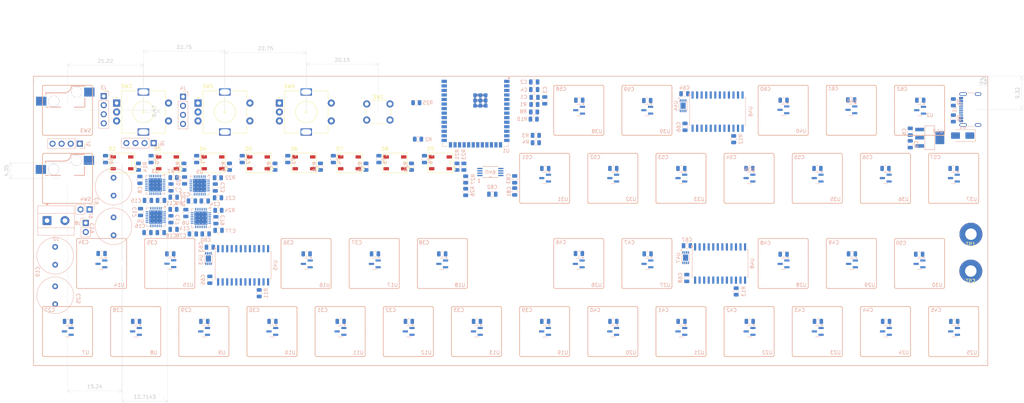
<source format=kicad_pcb>
(kicad_pcb (version 20241229) (generator "pcbnew") (generator_version "9.0")
  (layers (0 "F.Cu" signal) (2 "B.Cu" signal) (13 "F.Paste" user) (15 "B.Paste" user) (5 "F.SilkS" user "F.Silkscreen") (7 "B.SilkS" user "B.Silkscreen") (1 "F.Mask" user) (3 "B.Mask" user) (25 "Edge.Cuts" user))
  (net 0 "")
  (net 1 "GND")
  (net 2 "RESET")
  (net 3 "+3.3V")
  (net 4 "+5V")
  (net 5 "Net-(U3-VCP)")
  (net 6 "+24V")
  (net 7 "Net-(U3-5VOUT)")
  (net 8 "Net-(U3-CPO)")
  (net 9 "Net-(U3-CPI)")
  (net 10 "Net-(U4-VCP)")
  (net 11 "Net-(U4-5VOUT)")
  (net 12 "Net-(U4-CPO)")
  (net 13 "Net-(U4-CPI)")
  (net 14 "Net-(U5-VCP)")
  (net 15 "Net-(U5-5VOUT)")
  (net 16 "Net-(U5-CPI)")
  (net 17 "Net-(U5-CPO)")
  (net 18 "Net-(U43A-+)")
  (net 19 "Net-(U44A-+)")
  (net 20 "Net-(U47A-+)")
  (net 21 "Net-(U6-VCP)")
  (net 22 "Net-(U6-5VOUT)")
  (net 23 "Net-(U6-CPO)")
  (net 24 "Net-(U6-CPI)")
  (net 25 "Net-(D1-A)")
  (net 26 "Net-(D2-VDD)")
  (net 27 "RGB")
  (net 28 "Net-(D2-DOUT)")
  (net 29 "Net-(D3-DOUT)")
  (net 30 "Net-(D3-VDD)")
  (net 31 "Net-(D4-VDD)")
  (net 32 "Net-(D4-DOUT)")
  (net 33 "Net-(D5-DOUT)")
  (net 34 "Net-(D5-VDD)")
  (net 35 "Net-(D6-VDD)")
  (net 36 "Net-(D6-DOUT)")
  (net 37 "Net-(D7-VDD)")
  (net 38 "Net-(D7-DOUT)")
  (net 39 "Net-(D8-DOUT)")
  (net 40 "Net-(D8-VDD)")
  (net 41 "Net-(D9-VDD)")
  (net 43 "D+")
  (net 44 "D-")
  (net 45 "Net-(J1-CC1)")
  (net 46 "Net-(J1-CC2)")
  (net 49 "Net-(J3-Pin_4)")
  (net 50 "Net-(J3-Pin_2)")
  (net 51 "Net-(J3-Pin_1)")
  (net 52 "Net-(J3-Pin_3)")
  (net 53 "Net-(J4-Pin_2)")
  (net 54 "Net-(J4-Pin_1)")
  (net 55 "Net-(J4-Pin_3)")
  (net 56 "Net-(J4-Pin_4)")
  (net 57 "Net-(J5-Pin_1)")
  (net 58 "Net-(J5-Pin_2)")
  (net 59 "Net-(J5-Pin_3)")
  (net 60 "Net-(J5-Pin_4)")
  (net 61 "Net-(J6-Pin_2)")
  (net 62 "Net-(J6-Pin_1)")
  (net 63 "Net-(J6-Pin_4)")
  (net 64 "Net-(J6-Pin_3)")
  (net 65 "Switch3")
  (net 66 "Net-(U1-USB_D-{slash}IO19)")
  (net 67 "Net-(U1-USB_D+{slash}IO20)")
  (net 68 "Net-(U3-~{EN})")
  (net 69 "Net-(U3-~{PD}{slash}UART)")
  (net 70 "TMC1_PD_UART")
  (net 71 "Net-(U4-~{EN})")
  (net 72 "TMC2_PD_UART")
  (net 73 "Net-(U4-~{PD}{slash}UART)")
  (net 74 "Net-(U45-~{E})")
  (net 75 "Net-(U46-~{E})")
  (net 76 "Net-(U48-~{E})")
  (net 77 "Net-(U5-~{EN})")
  (net 78 "TMC3_PD_UART")
  (net 79 "Net-(U5-~{PD}{slash}UART)")
  (net 80 "Net-(U6-~{EN})")
  (net 81 "Net-(U6-~{PD}{slash}UART)")
  (net 82 "TMC4_PD_UART")
  (net 83 "RotA1")
  (net 84 "RotB1")
  (net 85 "Switch1")
  (net 86 "Switch2")
  (net 87 "RotB2")
  (net 89 "RotA2")
  (net 93 "RotA3")
  (net 94 "RotB3")
  (net 95 "TX")
  (net 96 "RX")
  (net 97 "COM3")
  (net 98 "S3")
  (net 99 "TMC3_DIR")
  (net 101 "TMC1_DIR")
  (net 103 "TMC4_STEP")
  (net 104 "COM1")
  (net 106 "S1")
  (net 107 "TMC4_DIR")
  (net 108 "TMC3_STEP")
  (net 109 "S2")
  (net 110 "TMC2_STEP")
  (net 111 "TMC1_STEP")
  (net 112 "TMC2_DIR")
  (net 113 "COM2")
  (net 114 "S0")
  (net 131 "DRV1")
  (net 132 "DRV2")
  (net 133 "DRV3")
  (net 134 "DRV4")
  (net 135 "DRV5")
  (net 136 "DRV6")
  (net 137 "DRV7")
  (net 138 "DRV8")
  (net 139 "DRV9")
  (net 140 "DRV10")
  (net 141 "DRV11")
  (net 142 "DRV12")
  (net 143 "DRV13")
  (net 144 "DRV14")
  (net 145 "DRV15")
  (net 146 "DRV16")
  (net 147 "DRV17")
  (net 148 "DRV18")
  (net 149 "DRV19")
  (net 150 "DRV20")
  (net 151 "DRV21")
  (net 152 "DRV22")
  (net 153 "DRV23")
  (net 154 "DRV24")
  (net 155 "DRV25")
  (net 156 "DRV26")
  (net 157 "DRV27")
  (net 158 "DRV28")
  (net 159 "DRV29")
  (net 160 "DRV30")
  (net 161 "DRV31")
  (net 162 "DRV32")
  (net 163 "DRV33")
  (net 164 "DRV34")
  (net 165 "DRV35")
  (net 166 "DRV36")
  (net 179 "IN1")
  (net 180 "IN2")
  (net 181 "Net-(U49-D1)")
  (footprint "1_udu_lib:SW_Cherry_MX_1.00u_PCB_3dmodel" (layer "F.Cu") (at 131.846666 102.31)
    (property "Reference" "REF**" (hide yes))
    (property "Value" "SW_Cherry_MX_1.00u_PCB_3dmodel")
  )
  (footprint "1_udu_lib:SW_Cherry_MX_1.00u_PCB_3dmodel" (layer "F.Cu") (at 84.215 121.35)
    (property "Reference" "REF**" (hide yes))
    (property "Value" "SW_Cherry_MX_1.00u_PCB_3dmodel")
  )
  (footprint "1_udu_lib:SW_Cherry_MX_1.00u_PCB_3dmodel" (layer "F.Cu") (at 227.088333 102.31)
    (property "Reference" "REF**" (hide yes))
    (property "Value" "SW_Cherry_MX_1.00u_PCB_3dmodel")
  )
  (footprint "1_udu_lib:SW_Cherry_MX_1.00u_PCB_3dmodel" (layer "F.Cu") (at 246.135 59.46)
    (property "Reference" "REF**" (hide yes))
    (property "Value" "SW_Cherry_MX_1.00u_PCB_3dmodel")
  )
  (footprint "1_udu_lib:SW_Cherry_MX_1.00u_PCB_3dmodel" (layer "F.Cu") (at 179.451667 78.5)
    (property "Reference" "REF**" (hide yes))
    (property "Value" "SW_Cherry_MX_1.00u_PCB_3dmodel")
  )
  (footprint "MountingHole:MountingHole_3.2mm_M3_Pad" (layer "F.Cu") (at 277.01 99.19)
    (property "Reference" "TP1")
    (property "Value" "TestPoint")
  )
  (footprint "LED_SMD:LED_WS2812B_PLCC4_5.0x5.0mm_P3.2mm" (layer "F.Cu") (at 128.76 79.23 180)
    (property "Reference" "D9")
    (property "Value" "WS2812B")
  )
  (footprint "1_udu_lib:SW_Cherry_MX_1.00u_PCB_3dmodel" (layer "F.Cu") (at 169.928333 59.46)
    (property "Reference" "REF**" (hide yes))
    (property "Value" "SW_Cherry_MX_1.00u_PCB_3dmodel")
  )
  (footprint "1_udu_lib:SW_Cherry_MX_1.00u_PCB_3dmodel" (layer "F.Cu") (at 236.606667 78.5)
    (property "Reference" "REF**" (hide yes))
    (property "Value" "SW_Cherry_MX_1.00u_PCB_3dmodel")
  )
  (footprint "LED_SMD:LED_WS2812B_PLCC4_5.0x5.0mm_P3.2mm" (layer "F.Cu") (at 65.188571 79.23 180)
    (property "Reference" "D4")
    (property "Value" "WS2812B")
  )
  (footprint "1_udu_lib:SW_Cherry_MX_1.00u_PCB_3dmodel" (layer "F.Cu") (at 93.743333 102.31)
    (property "Reference" "REF**" (hide yes))
    (property "Value" "SW_Cherry_MX_1.00u_PCB_3dmodel")
  )
  (footprint "1_udu_lib:SW_Cherry_MX_1.00u_PCB_3dmodel" (layer "F.Cu") (at 27.06 121.35)
    (property "Reference" "REF**" (hide yes))
    (property "Value" "SW_Cherry_MX_1.00u_PCB_3dmodel")
  )
  (footprint "LED_SMD:LED_WS2812B_PLCC4_5.0x5.0mm_P3.2mm" (layer "F.Cu") (at 77.902857 79.23 180)
    (property "Reference" "D5")
    (property "Value" "WS2812B")
  )
  (footprint "1_udu_lib:SW_Cherry_MX_1.00u_PCB_3dmodel" (layer "F.Cu") (at 236.611667 121.35)
    (property "Reference" "REF**" (hide yes))
    (property "Value" "SW_Cherry_MX_1.00u_PCB_3dmodel")
  )
  (footprint "1_udu_lib:SW_Cherry_MX_1.00u_PCB_3dmodel" (layer "F.Cu") (at 36.588333 102.31)
    (property "Reference" "REF**" (hide yes))
    (property "Value" "SW_Cherry_MX_1.00u_PCB_3dmodel")
  )
  (footprint "1_udu_lib:SW_Cherry_MX_1.00u_PCB_3dmodel" (layer "F.Cu") (at 55.64 102.31)
    (property "Reference" "REF**" (hide yes))
    (property "Value" "SW_Cherry_MX_1.00u_PCB_3dmodel")
  )
  (footprint "1_udu_lib:SW_Cherry_MX_1.00u_PCB_3dmodel" (layer "F.Cu") (at 112.795 102.31)
    (property "Reference" "REF**" (hide yes))
    (property "Value" "SW_Cherry_MX_1.00u_PCB_3dmodel")
  )
  (footprint "1_udu_lib:SW_Cherry_MX_1.00u_PCB_3dmodel" (layer "F.Cu") (at 227.083333 59.46)
    (property "Reference" "REF**" (hide yes))
    (property "Value" "SW_Cherry_MX_1.00u_PCB_3dmodel")
  )
  (footprint "LED_SMD:LED_WS2812B_PLCC4_5.0x5.0mm_P3.2mm" (layer "F.Cu") (at 103.331429 79.23 180)
    (property "Reference" "D7")
    (property "Value" "WS2812B")
  )
  (footprint "1_udu_lib:SW_Cherry_MX_1.00u_PCB_3dmodel" (layer "F.Cu") (at 198.508333 121.35)
    (property "Reference" "REF**" (hide yes))
    (property "Value" "SW_Cherry_MX_1.00u_PCB_3dmodel")
  )
  (footprint "1_udu_lib:SW_Cherry_MX_1.00u_PCB_3dmodel" (layer "F.Cu") (at 46.111667 121.35)
    (property "Reference" "REF**" (hide yes))
    (property "Value" "SW_Cherry_MX_1.00u_PCB_3dmodel")
  )
  (footprint "LED_SMD:LED_WS2812B_PLCC4_5.0x5.0mm_P3.2mm" (layer "F.Cu") (at 116.045714 79.23 180)
    (property "Reference" "D8")
    (property "Value" "WS2812B")
  )
  (footprint "1_udu_lib:SW_Cherry_MX_1.00u_PCB_3dmodel" (layer "F.Cu") (at 160.4 78.5)
    (property "Reference" "REF**" (hide yes))
    (property "Value" "SW_Cherry_MX_1.00u_PCB_3dmodel")
  )
  (footprint "1_udu_lib:SW_Cherry_MX_1.00u_PCB_3dmodel" (layer "F.Cu") (at 65.163333 121.35)
    (property "Reference" "REF**" (hide yes))
    (property "Value" "SW_Cherry_MX_1.00u_PCB_3dmodel")
  )
  (footprint "1_udu_lib:SW_Cherry_MX_1.00u_PCB_3dmodel" (layer "F.Cu") (at 179.456667 121.35)
    (property "Reference" "REF**" (hide yes))
    (property "Value" "SW_Cherry_MX_1.00u_PCB_3dmodel")
  )
  (footprint "1_udu_lib:SW_Cherry_MX_1.00u_PCB_3dmodel" (layer "F.Cu") (at 188.985 102.31)
    (property "Reference" "REF**" (hide yes))
    (property "Value" "SW_Cherry_MX_1.00u_PCB_3dmodel")
  )
  (footprint "1_udu_lib:SW_Cherry_MX_1.00u_PCB_3dmodel" (layer "F.Cu") (at 274.715 121.35)
    (property "Reference" "REF**" (hide yes))
    (property "Value" "SW_Cherry_MX_1.00u_PCB_3dmodel")
  )
  (footprint "LED_SMD:LED_WS2812B_PLCC4_5.0x5.0mm_P3.2mm" (layer "F.Cu") (at 39.76 79.23 180)
    (property "Reference" "D2")
    (property "Value" "WS2812B")
  )
  (footprint "Rotary_Encoder:RotaryEncoder_Alps_EC11E-Switch_Vertical_H20mm" (layer "F.Cu") (at 38.25 62.5)
    (property "Reference" "SW2")
    (property "Value" "RotaryEncoder_Switch")
  )
  (footprint "1_udu_lib:SW_Cherry_MX_1.00u_PCB_3dmodel" (layer "F.Cu") (at 103.266667 121.35)
    (property "Reference" "REF**" (hide yes))
    (property "Value" "SW_Cherry_MX_1.00u_PCB_3dmodel")
  )
  (footprint "LED_SMD:LED_WS2812B_PLCC4_5.0x5.0mm_P3.2mm" (layer "F.Cu") (at 52.474286 79.23 180)
    (property "Reference" "D3")
    (property "Value" "WS2812B")
  )
  (footprint "1_udu_lib:SW_Cherry_MX_1.00u_PCB_3dmodel" (layer "F.Cu") (at 265.191666 102.31)
    (property "Reference" "REF**" (hide yes))
    (property "Value" "SW_Cherry_MX_1.00u_PCB_3dmodel")
  )
  (footprint "Rotary_Encoder:RotaryEncoder_Alps_EC11E-Switch_Vertical_H20mm" (layer "F.Cu") (at 83.75 62.5)
    (property "Reference" "SW6")
    (property "Value" "RotaryEncoder_Switch")
  )
  (footprint "1_udu_lib:SW_Cherry_MX_1.00u_PCB_3dmodel" (layer "F.Cu") (at 169.933333 102.31)
    (property "Reference" "REF**" (hide yes))
    (property "Value" "SW_Cherry_MX_1.00u_PCB_3dmodel")
  )
  (footprint "1_udu_lib:SW_Cherry_MX_1.00u_PCB_3dmodel" (layer "F.Cu") (at 217.555 78.5)
    (property "Reference" "REF**" (hide yes))
    (property "Value" "SW_Cherry_MX_1.00u_PCB_3dmodel")
  )
  (footprint "1_udu_lib:SW_Cherry_MX_1.00u_PCB_3dmodel" (layer "F.Cu") (at 217.56 121.35)
    (property "Reference" "REF**" (hide yes))
    (property "Value" "SW_Cherry_MX_1.00u_PCB_3dmodel")
  )
  (footprint "1_udu_lib:SW_Cherry_MX_1.00u_PCB_3dmodel" (layer "F.Cu") (at 255.658333 78.5)
    (property "Reference" "REF**" (hide yes))
    (property "Value" "SW_Cherry_MX_1.00u_PCB_3dmodel")
  )
  (footprint "Rotary_Encoder:RotaryEncoder_Alps_EC11E-Switch_Vertical_H20mm" (layer "F.Cu") (at 61 62.5)
    (property "Reference" "SW5")
    (property "Value" "RotaryEncoder_Switch")
  )
  (footprint "1_udu_lib:SW_Cherry_MX_1.00u_PCB_3dmodel" (layer "F.Cu") (at 160.405 121.35)
    (property "Reference" "REF**" (hide yes))
    (property "Value" "SW_Cherry_MX_1.00u_PCB_3dmodel")
  )
  (footprint "1_udu_lib:SW_Cherry_MX_1.00u_PCB_3dmodel" (layer "F.Cu") (at 188.98 59.46)
    (property "Reference" "REF**" (hide yes))
    (property "Value" "SW_Cherry_MX_1.00u_PCB_3dmodel")
  )
  (footprint "1_udu_lib:SW_Cherry_MX_1.00u_PCB_3dmodel" (layer "F.Cu") (at 246.14 102.31)
    (property "Reference" "REF**" (hide yes))
    (property "Value" "SW_Cherry_MX_1.00u_PCB_3dmodel")
  )
  (footprint "1_udu_lib:SW_Cherry_MX_1.00u_PCB_3dmodel" (layer "F.Cu") (at 255.663333 121.35)
    (property "Reference" "REF**" (hide yes))
    (property "Value" "SW_Cherry_MX_1.00u_PCB_3dmodel")
  )
  (footprint "1_udu_lib:SW_Cherry_MX_1.00u_PCB_3dmodel" (layer "F.Cu") (at 141.37 121.35)
    (property "Reference" "REF**" (hide yes))
    (property "Value" "SW_Cherry_MX_1.00u_PCB_3dmodel")
  )
  (footprint "MountingHole:MountingHole_3.2mm_M3_Pad" (layer "F.Cu") (at 276.97 109.51)
    (property "Reference" "TP2")
    (property "Value" "TestPoint")
  )
  (footprint "Button_Switch_THT:SW_PUSH_6mm" (layer "F.Cu") (at 108.15 62.75)
    (property "Reference" "SW1")
    (property "Value" "SW_SPST")
  )
  (footprint "LED_SMD:LED_WS2812B_PLCC4_5.0x5.0mm_P3.2mm" (layer "F.Cu") (at 90.617143 79.23 180)
    (property "Reference" "D6")
    (property "Value" "WS2812B")
  )
  (footprint "1_udu_lib:SW_Cherry_MX_1.00u_PCB_3dmodel" (layer "F.Cu") (at 122.318333 121.35)
    (property "Reference" "REF**" (hide yes))
    (property "Value" "SW_Cherry_MX_1.00u_PCB_3dmodel")
  )
  (footprint "1_udu_lib:SW_Cherry_MX_1.00u_PCB_3dmodel" (layer "F.Cu") (at 265.186666 59.46)
    (property "Reference" "REF**" (hide yes))
    (property "Value" "SW_Cherry_MX_1.00u_PCB_3dmodel")
  )
  (footprint "1_udu_lib:SW_Cherry_MX_1.00u_PCB_3dmodel" (layer "F.Cu") (at 274.71 78.5)
    (property "Reference" "REF**" (hide yes))
    (property "Value" "SW_Cherry_MX_1.00u_PCB_3dmodel")
  )
  (footprint "1_udu_lib:SW_Cherry_MX_1.00u_PCB_3dmodel_centerhole" (layer "F.Cu") (at 27.07 59.45)
    (property "Reference" "REF**" (hide yes))
    (property "Value" "SW_Cherry_MX_1.00u_PCB_3dmodel_centerhole")
  )
  (footprint "1_udu_lib:SW_Cherry_MX_1.00u_PCB_3dmodel" (layer "F.Cu") (at 198.503333 78.5)
    (property "Reference" "REF**" (hide yes))
    (property "Value" "SW_Cherry_MX_1.00u_PCB_3dmodel")
  )
  (footprint "1_udu_lib:SW_Cherry_MX_1.00u_PCB_3dmodel_centerhole" (layer "F.Cu") (at 27.06 78.5)
    (property "Reference" "REF**" (hide yes))
    (property "Value" "SW_Cherry_MX_1.00u_PCB_3dmodel_centerhole")
  )
  (footprint "Capacitor_SMD:C_0805_2012Metric" (layer "B.Cu") (at 234.242308 123.6 180)
    (property "Reference" "C43")
    (property "Value" "0.01µF")
  )
  (footprint "Package_TO_SOT_SMD:SOT-23" (layer "B.Cu") (at 253.197917 83.5 180)
    (property "Reference" "U36")
    (property "Value" "DRV5055A3xDBZxQ1")
  )
  (footprint "Capacitor_SMD:C_0805_2012Metric" (layer "B.Cu") (at 243.55 61.6 180)
    (property "Reference" "C61")
    (property "Value" "0.01µF")
  )
  (footprint "Package_TO_SOT_SMD:SOT-23" (layer "B.Cu") (at 186.6 107.5 180)
    (property "Reference" "U27")
    (property "Value" "DRV5055A3xDBZxQ1")
  )
  (footprint "Capacitor_THT:C_Radial_D10.0mm_H12.5mm_P5.00mm" (layer "B.Cu") (at 21.08 102.75 -90)
    (property "Reference" "C10")
    (property "Value" "150µF")
  )
  (footprint "Package_TO_SOT_SMD:SOT-23" (layer "B.Cu") (at 43.653846 126.4 180)
    (property "Reference" "U8")
    (property "Value" "DRV5055A3xDBZxQ1")
  )
  (footprint "Capacitor_SMD:C_0805_2012Metric" (layer "B.Cu") (at 34.05 104.6 180)
    (property "Reference" "C34")
    (property "Value" "0.01µF")
  )
  (footprint "Diode_SMD:D_SMA" (layer "B.Cu") (at 274.7 71.6 180)
    (property "Reference" "D1")
    (property "Value" "SS14")
  )
  (footprint "Package_TO_SOT_SMD:SOT-23" (layer "B.Cu") (at 24.6 126.4 180)
    (property "Reference" "U7")
    (property "Value" "DRV5055A3xDBZxQ1")
  )
  (footprint "Resistor_SMD:R_0805_2012Metric" (layer "B.Cu") (at 54.142817 92.25 180)
    (property "Reference" "R9")
    (property "Value" "20kΩ")
  )
  (footprint "Resistor_SMD:R_0805_2012Metric" (layer "B.Cu") (at 78.1 115.7125 90)
    (property "Reference" "R11")
    (property "Value" "10kΩ")
  )
  (footprint "Capacitor_SMD:C_0805_2012Metric" (layer "B.Cu") (at 155.05 60.9)
    (property "Reference" "C1")
    (property "Value" "1uF")
  )
  (footprint "Capacitor_SMD:C_0805_2012Metric" (layer "B.Cu") (at 196.134615 123.6 180)
    (property "Reference" "C41")
    (property "Value" "0.01µF")
  )
  (footprint "Package_DFN_QFN:VQFN-28-1EP_5x5mm_P0.5mm_EP3.7x3.7mm_ThermalVias" (layer "B.Cu") (at 49.05 85.4 180)
    (property "Reference" "U3")
    (property "Value" "TMC2209-LA")
  )
  (footprint "Capacitor_SMD:C_0805_2012Metric" (layer "B.Cu") (at 224.65 104.8 180)
    (property "Reference" "C48")
    (property "Value" "0.01µF")
  )
  (footprint "Capacitor_SMD:C_0805_2012Metric" (layer "B.Cu") (at 197.65 102.425 180)
    (property "Reference" "C67")
    (property "Value" "100nF")
  )
  (footprint "Capacitor_SMD:C_0805_2012Metric" (layer "B.Cu") (at 81.811538 123.6 180)
    (property "Reference" "C30")
    (property "Value" "0.01µF")
  )
  (footprint "Capacitor_SMD:C_0805_2012Metric" (layer "B.Cu") (at 186.55 61.8 180)
    (property "Reference" "C59")
    (property "Value" "0.01µF")
  )
  (footprint "Package_TO_SOT_SMD:SOT-23" (layer "B.Cu") (at 81.761538 126.4 180)
    (property "Reference" "U10")
    (property "Value" "DRV5055A3xDBZxQ1")
  )
  (footprint "Capacitor_SMD:C_0805_2012Metric" (layer "B.Cu") (at 91.35 104.7 180)
    (property "Reference" "C36")
    (property "Value" "0.01µF")
  )
  (footprint "Capacitor_SMD:C_0805_2012Metric" (layer "B.Cu") (at 157.9 61.75 -90)
    (property "Reference" "C3")
    (property "Value" "0.1μF")
  )
  (footprint "Connector_PinHeader_2.54mm:PinHeader_1x04_P2.54mm_Vertical" (layer "B.Cu") (at 34.65 60.56 180)
    (property "Reference" "J3")
    (property "Value" "Conn_01x04_Pin")
  )
  (footprint "Package_SO:SOIC-24W_7.5x15.4mm_P1.27mm" (layer "B.Cu") (at 206.2 64.9 -90)
    (property "Reference" "U46")
    (property "Value" "CD74HC4067M")
  )
  (footprint "Capacitor_SMD:C_0805_2012Metric" (layer "B.Cu") (at 54.180317 97.85 180)
    (property "Reference" "C14")
    (property "Value" "100nF")
  )
  (footprint "Capacitor_SMD:C_0805_2012Metric" (layer "B.Cu") (at 197.6 111.45 90)
    (property "Reference" "C68")
    (property "Value" "100nF")
  )
  (footprint "Capacitor_SMD:C_0805_2012Metric" (layer "B.Cu") (at 196.083333 80.8 180)
    (property "Reference" "C53")
    (property "Value" "0.01µF")
  )
  (footprint "Package_DFN_QFN:VQFN-28-1EP_5x5mm_P0.5mm_EP3.7x3.7mm_ThermalVias" (layer "B.Cu") (at 61.8 94.675 180)
    (property "Reference" "U6")
    (property "Value" "TMC2209-LA")
  )
  (footprint "Package_DFN_QFN:VQFN-28-1EP_5x5mm_P0.5mm_EP3.7x3.7mm_ThermalVias" (layer "B.Cu") (at 61.47 85.55 180)
    (property "Reference" "U5")
    (property "Value" "TMC2209-LA")
  )
  (footprint "Package_TO_SOT_SMD:SOT-23" (layer "B.Cu") (at 253.246154 126.4 180)
    (property "Reference" "U24")
    (property "Value" "DRV5055A3xDBZxQ1")
  )
  (footprint "Package_DFN_QFN:DFN-8-1EP_3x2mm_P0.5mm_EP1.75x1.45mm" (layer "B.Cu") (at 63.9 106 -90)
    (property "Reference" "U43")
    (property "Value" "MCP6002-xMC")
  )
  (footprint "Capacitor_SMD:C_0805_2012Metric" (layer "B.Cu") (at 154.95 58.72 180)
    (property "Reference" "C4")
    (property "Value" "0.1μF")
  )
  (footprint "Resistor_SMD:R_0805_2012Metric" (layer "B.Cu") (at 155 62.9 180)
    (property "Reference" "R1")
    (property "Value" "10kΩ")
  )
  (footprint "Capacitor_SMD:C_0805_2012Metric" (layer "B.Cu") (at 50.65 89.74)
    (property "Reference" "C11")
    (property "Value" "2.2µF")
  )
  (footprint "Resistor_SMD:R_0805_2012Metric" (layer "B.Cu") (at 95.218571 80.3025 -90)
    (property "Reference" "R18")
    (property "Value" "220Ω")
  )
  (footprint "Package_TO_SOT_SMD:SOT-23" (layer "B.Cu") (at 100.815385 126.4 180)
    (property "Reference" "U11")
    (property "Value" "DRV5055A3xDBZxQ1")
  )
  (footprint "Capacitor_THT:C_Radial_D10.0mm_H12.5mm_P5.00mm" (layer "B.Cu") (at 21.08 113.79 -90)
    (property "Reference" "C25")
    (property "Value" "150µF")
  )
  (footprint "Capacitor_SMD:C_0805_2012Metric" (layer "B.Cu") (at 177.080769 123.6 180)
    (property "Reference" "C40")
    (property "Value" "0.01µF")
  )
  (footprint "Capacitor_SMD:C_0805_2012Metric" (layer "B.Cu") (at 154.95 56.6 180)
    (property "Reference" "C2")
    (property "Value" "10μF")
  )
  (footprint "Resistor_SMD:R_0805_2012Metric" (layer "B.Cu") (at 69.784286 80.3025 -90)
    (property "Reference" "R16")
    (property "Value" "220Ω")
  )
  (footprint "TerminalBlock_MetzConnect:TerminalBlock_MetzConnect_Type055_RT01502HDWU_1x02_P5.00mm_Horizontal" (layer "B.Cu") (at 18.8 95.3825)
    (property "Reference" "J2")
    (property "Value" "LRS-350-24")
  )
  (footprint "Capacitor_SMD:C_0805_2012Metric" (layer "B.Cu") (at 215.1 80.8 180)
    (property "Reference" "C54")
    (property "Value" "0.01µF")
  )
  (footprint "Capacitor_SMD:C_0805_2012Metric" (layer "B.Cu") (at 197.1 69.15 90)
    (property "Reference" "C66")
    (property "Value" "100nF")
  )
  (footprint "Capacitor_SMD:C_0805_2012Metric" (layer "B.Cu") (at 253.133333 80.8 180)
    (property "Reference" "C56")
    (property "Value" "0.01µF")
  )
  (footprint "Connector_PinSocket_2.54mm:PinSocket_1x02_P2.54mm_Vertical" (layer "B.Cu") (at 29.625 96.05 180)
    (property "Reference" "J8")
    (property "Value" "Conn_01x02_Pin")
  )
  (footprint "Package_DFN_QFN:VQFN-28-1EP_5x5mm_P0.5mm_EP3.7x3.7mm_ThermalVias" (layer "B.Cu") (at 49.2 94.4 180)
    (property "Reference" "U4")
    (property "Value" "TMC2209-LA")
  )
  (footprint "Capacitor_SMD:C_0805_2012Metric" (layer "B.Cu") (at 243.75 104.7 180)
    (property "Reference" "C49")
    (property "Value" "0.01µF")
  )
  (footprint "Capacitor_SMD:C_0805_2012Metric" (layer "B.Cu") (at 57.590952 93.275 -90)
    (property "Reference" "C26")
    (property "Value" "100nF")
  )
  (footprint "Capacitor_SMD:C_0805_2012Metric" (layer "B.Cu") (at 66.740952 98.125 180)
    (property "Reference" "C77")
    (property "Value" "100nF")
  )
  (footprint "Capacitor_SMD:C_0805_2012Metric" (layer "B.Cu") (at 224.65 61.7 180)
    (property "Reference" "C60")
    (property "Value" "0.01µF")
  )
  (footprint "Capacitor_SMD:C_0805_2012Metric" (layer "B.Cu") (at 53.25 104.7 180)
    (property "Reference" "C35")
    (property "Value" "0.01µF")
  )
  (footprint "Package_TO_SOT_SMD:SOT-23" (layer "B.Cu") (at 262.6375 107.5 180)
    (property "Reference" "U30")
    (property "Value" "DRV5055A3xDBZxQ1")
  )
  (footprint "Package_TO_SOT_SMD:SOT-23" (layer "B.Cu") (at 138.923077 126.4 180)
    (property "Reference" "U13")
    (property "Value" "DRV5055A3xDBZxQ1")
  )
  (footprint "Package_TO_SOT_SMD:SOT-23" (layer "B.Cu") (at 158 83.5 180)
    (property "Reference" "U31")
    (property "Value" "DRV5055A3xDBZxQ1")
  )
  (footprint "Resistor_SMD:R_0805_2012Metric" (layer "B.Cu") (at 154.8125 67)
    (property "Reference" "R10")
    (property "Value" "1kΩ")
  )
  (footprint "Package_TO_SOT_SMD:SOT-23" (layer "B.Cu") (at 119.869231 126.4 180)
    (property "Reference" "U12")
    (property "Value" "DRV5055A3xDBZxQ1")
  )
  (footprint "Capacitor_SMD:C_0805_2012Metric" (layer "B.Cu") (at 53.430317 95 -90)
    (property "Reference" "C17")
    (property "Value" "22nF")
  )
  (footprint "Package_TO_SOT_SMD:SOT-23" (layer "B.Cu") (at 167.5 64.5 180)
    (property "Reference" "U38")
    (property "Value" "DRV5055A3xDBZxQ1")
  )
  (footprint "Capacitor_SMD:C_0805_2012Metric" (layer "B.Cu") (at 262.55 104.8 180)
    (property "Reference" "C50")
    (property "Value" "0.01µF")
  )
  (footprint "Connector_PinHeader_2.54mm:PinHeader_1x04_P2.54mm_Vertical" (layer "B.Cu") (at 27.96 73.88 90)
    (property "Reference" "J5")
    (property "Value" "Conn_01x04_Pin")
  )
  (footprint "Capacitor_SMD:C_0805_2012Metric" (layer "B.Cu") (at 63.140952 99.125)
    (property "Reference" "C80")
    (property "Value" "4.7µF")
  )
  (footprint "EasyEDA:TH_L10.9-W5.9-CPG151101S11" (layer "B.Cu") (at 23.8 79.8 180)
    (property "Reference" "SW4")
    (property "Value" "SW_Push_45deg")
  )
  (footprint "Capacitor_THT:C_Radial_D10.0mm_H12.5mm_P5.00mm" (layer "B.Cu") (at 37.4 83.4 -90)
    (property "Reference" "C9")
    (property "Value" "150µF")
  )
  (footprint "Capacitor_SMD:C_0805_2012Metric" (layer "B.Cu") (at 158.026923 123.6 180)
    (property "Reference" "C39")
    (property "Value" "0.01µF")
  )
  (footprint "Resistor_SMD:R_0805_2012Metric" (layer "B.Cu") (at 135.8 87.3875 90)
    (property "Reference" "R26")
    (property "Value" "10kΩ")
  )
  (footprint "Package_TO_SOT_SMD:SOT-23" (layer "B.Cu") (at 157.976923 126.4 180)
    (property "Reference" "U19")
    (property "Value" "DRV5055A3xDBZxQ1")
  )
  (footprint "Capacitor_SMD:C_0805_2012Metric" (layer "B.Cu") (at 64.3125 102.8375 180)
    (property "Reference" "C63")
    (property "Value" "100nF")
  )
  (footprint "2_udu_lib:PW8" (layer "B.Cu") (at 142.7 81.8)
    (property "Reference" "U49")
    (property "Value" "TPS2115APW")
  )
  (footprint "Capacitor_SMD:C_0805_2012Metric" (layer "B.Cu") (at 53.45 86.1 -90)
    (property "Reference" "C13" (hide yes))
    (property "Value" "22nF")
  )
  (footprint "Connector_PinSocket_2.54mm:PinSocket_1x02_P2.54mm_Vertical" (layer "B.Cu") (at 30.7 92.275 90)
    (property "Reference" "J9")
    (property "Value" "Conn_01x02_Socket")
  )
  (footprint "Capacitor_SMD:C_0805_2012Metric" (layer "B.Cu") (at 60.618571 78.19 90)
    (property "Reference" "C71")
    (property "Value" "100nF")
  )
  (footprint "Resistor_SMD:R_0805_2012Metric" (layer "B.Cu") (at 211.4 115.2125 90)
    (property "Reference" "R13")
    (property "Value" "10kΩ")
  )
  (footprint "Package_TO_SOT_SMD:SOT-23" (layer "B.Cu") (at 224.6375 107.5 180)
    (property "Reference" "U28")
    (property "Value" "DRV5055A3xDBZxQ1")
  )
  (footprint "Package_SO:SOIC-24W_7.5x15.4mm_P1.27mm" (layer "B.Cu") (at 206.9 107.4 -90)
    (property "Reference" "U48")
    (property "Value" "CD74HC4067M")
  )
  (footprint "EasyEDA:SOT-223-4_L6.5-W3.5-P2.30-LS7.0-BR" (layer "B.Cu") (at 265.5 72.2 180)
    (property "Reference" "U2")
    (property "Value" "LM3940IMPX-3.3/NOPB")
  )
  (footprint "Capacitor_SMD:C_0805_2012Metric" (layer "B.Cu") (at 50.580317 98.75)
    (property "Reference" "C18")
    (property "Value" "4.7µF")
  )
  (footprint "Capacitor_SMD:C_0805_2012Metric" (layer "B.Cu") (at 149.5 83.85 90)
    (property "Reference" "C83")
    (property "Value" "0.1μF")
  )
  (footprint "Resistor_SMD:R_0805_2012Metric" (layer "B.Cu") (at 120.652857 80.3025 -90)
    (property "Reference" "R20")
    (property "Value" "220Ω")
  )
  (footprint "Package_TO_SOT_SMD:SOT-23" (layer "B.Cu") (at 224.6 64.4 180)
    (property "Reference" "U40")
    (property "Value" "DRV5055A3xDBZxQ1")
  )
  (footprint "Capacitor_SMD:C_0805_2012Metric" (layer "B.Cu") (at 57.230635 84.15 -90)
    (property "Reference" "C20")
    (property "Value" "100nF")
  )
  (footprint "Capacitor_SMD:C_0805_2012Metric" (layer "B.Cu") (at 167.55 61.7 180)
    (property "Reference" "C58")
    (property "Value" "0.01µF")
  )
  (footprint "Package_TO_SOT_SMD:SOT-23" (layer "B.Cu") (at 177.039583 83.5 180)
    (property "Reference" "U32")
    (property "Value" "DRV5055A3xDBZxQ1")
  )
  (footprint "Capacitor_SMD:C_0805_2012Metric" (layer "B.Cu") (at 98.821429 78.19 90)
    (property "Reference" "C74")
    (property "Value" "100nF")
  )
  (footprint "Capacitor_SMD:C_0805_2012Metric" (layer "B.Cu") (at 129.25 104.7 180)
    (property "Reference" "C38")
    (property "Value" "0.01µF")
  )
  (footprint "Package_TO_SOT_SMD:SOT-23" (layer "B.Cu") (at 53.2625 107.45 180)
    (property "Reference" "U15")
    (property "Value" "DRV5055A3xDBZxQ1")
  )
  (footprint "Package_TO_SOT_SMD:SOT-23" (layer "B.Cu") (at 234.192308 126.4 180)
    (property "Reference" "U23")
    (property "Value" "DRV5055A3xDBZxQ1")
  )
  (footprint "Capacitor_THT:C_Radial_D10.0mm_H12.5mm_P5.00mm" (layer "B.Cu") (at 37.4 94.5 -90)
    (property "Reference" "C19")
    (property "Value" "150µF")
  )
  (footprint "Capacitor_SMD:C_0805_2012Metric" (layer "B.Cu") (at 119.919231 123.6 180)
    (property "Reference" "C32")
    (property "Value" "0.01µF")
  )
  (footprint "Package_TO_SOT_SMD:SOT-23" (layer "B.Cu") (at 62.707692 126.4 180)
    (property "Reference" "U9")
    (property "Value" "DRV5055A3xDBZxQ1")
  )
  (footprint "Resistor_SMD:R_0805_2012Metric" (layer "B.Cu") (at 135.8 83.8875 -90)
    (property "Reference" "R27")
    (property "Value" "100kΩ")
  )
  (footprint "Resistor_SMD:R_0805_2012Metric" (layer "B.Cu") (at 154.9125 65)
    (property "Reference" "R8")
    (property "Value" "1kΩ")
  )
  (footprint "Capacitor_SMD:C_0805_2012Metric" (layer "B.Cu") (at 43.703846 123.6 180)
    (property "Reference" "C28")
    (property "Value" "0.01µF")
  )
  (footprint "Capacitor_SMD:C_0805_2012Metric" (layer "B.Cu") (at 44.930317 93 -90)
    (property "Reference" "C12")
    (property "Value" "100nF")
  )
  (footprint "Package_TO_SOT_SMD:SOT-23" (layer "B.Cu") (at 272.3 126.4 180)
    (property "Reference" "U25")
    (property "Value" "DRV5055A3xDBZxQ1")
  )
  (footprint "Capacitor_SMD:C_0805_2012Metric" (layer "B.Cu") (at 86.087143 78.19 90)
    (property "Reference" "C73")
    (property "Value" "100nF")
  )
  (footprint "Resistor_SMD:R_0805_2012Metric" (layer "B.Cu") (at 82.501429 80.3025 -90)
    (property "Reference" "R17")
    (property "Value" "220Ω")
  )
  (footprint "Resistor_SMD:R_0805_2012Metric" (layer "B.Cu") (at 135.3 80.3125 -90)
    (property "Reference" "R23")
    (property "Value" "1kΩ")
  )
  (footprint "Capacitor_SMD:C_0805_2012Metric" (layer "B.Cu") (at 215.188462 123.6 180)
    (property "Reference" "C42")
    (property "Value" "0.01µF")
  )
  (footprint "Resistor_SMD:R_0805_2012Metric" (layer "B.Cu") (at 66.703452 92.525 180)
    (property "Reference" "R24")
    (property "Value" "20kΩ")
  )
  (footprint "Capacitor_SMD:C_0805_2012Metric" (layer "B.Cu") (at 65.990952 95.275 -90)
    (property "Reference" "C79")
    (property "Value" "22nF")
  )
  (footprint "Package_TO_SOT_SMD:SOT-23" (layer "B.Cu") (at 196.079167 83.5 180)
    (property "Reference" "U33")
    (property "Value" "DRV5055A3xDBZxQ1")
  )
  (footprint "Capacitor_SMD:C_0805_2012Metric" (layer "B.Cu") (at 62.757692 123.6 180)
    (property "Reference" "C29")
    (property "Value" "0.01µF")
  )
  (footprint "Package_TO_SOT_SMD:SOT-23" (layer "B.Cu") (at 215.11875 83.5 180)
    (property "Reference" "U34")
    (property "Value" "DRV5055A3xDBZxQ1")
  )
  (footprint "Capacitor_SMD:C_0805_2012Metric" (layer "B.Cu") (at 24.65 123.6 180)
    (property "Reference" "C27")
    (property "Value" "0.01µF")
  )
  (footprint "Package_TO_SOT_SMD:SOT-23" (layer "B.Cu") (at 262.8 64.5 180)
    (property "Reference" "U42")
    (property "Value" "DRV5055A3xDBZxQ1")
  )
  (footprint "RF_Module:ESP32-S3-WROOM-2" (layer "B.Cu") (at 138.55 61.69 180)
    (property "Reference" "U1")
    (property "Value" "ESP32-S3-WROOM-2")
  )
  (footprint "Resistor_SMD:R_0805_2012Metric" (layer "B.Cu") (at 107.935714 80.3025 -90)
    (property "Reference" "R19")
    (property "Value" "220Ω")
  )
  (footprint "Resistor_SMD:R_0805_2012Metric" (layer "B.Cu") (at 122.0125 62.4 180)
    (property "Reference" "R25")
    (property "Value" "1kΩ")
  )
  (footprint "Package_TO_SOT_SMD:SOT-23" (layer "B.Cu") (at 196.084615 126.4 180)
    (property "Reference" "U21")
    (property "Value" "DRV5055A3xDBZxQ1")
  )
  (footprint "Capacitor_SMD:C_0805_2012Metric" (layer "B.Cu") (at 196.95 59.9 180)
    (property "Reference" "C64")
    (property "Value" "100nF")
  )
  (footprint "Capacitor_SMD:C_0805_2012Metric" (layer "B.Cu") (at 47 89.75 180)
    (property "Reference" "C15")
    (property "Value" "4.7µF")
  )
  (footprint "Capacitor_SMD:C_0805_2012Metric" (layer "B.Cu") (at 73.352857 78.19 90)
    (property "Reference" "C72")
    (property "Value" "100nF")
  )
  (footprint "Connector_USB:USB_C_Receptacle_GCT_USB4105-xx-A_16P_TopMnt_Horizontal" (layer "B.Cu") (at 277.925 64.32 -90)
    (property "Reference" "J1")
    (property "Value" "USB4105")
  )
  (footprint "Capacitor_SMD:C_0805_2012Metric" (layer "B.Cu") (at 54.2 88.85 180)
    (property "Reference" "C7")
    (property "Value" "100nF")
  )
  (footprint "Package_TO_SOT_SMD:SOT-23" (layer "B.Cu") (at 34 107.5 180)
    (property "Reference" "U14")
    (property "Value" "DRV5055A3xDBZxQ1")
  )
  (footprint "Package_TO_SOT_SMD:SOT-23" (layer "B.Cu") (at 177.030769 126.4 180)
    (property "Reference" "U20")
    (property "Value" "DRV5055A3xDBZxQ1")
  )
  (footprint "Resistor_SMD:R_0805_2012Metric" (layer "B.Cu") (at 155.4125 71.55 180)
    (property "Reference" "R3")
    (property "Value" "0Ω")
  )
  (footprint "Capacitor_SMD:C_0805_2012Metric" (layer "B.Cu") (at 62.880635 89.9)
    (property "Reference" "C24")
    (property "Value" "4.7µF")
  )
  (footprint "Capacitor_SMD:C_0805_2012Metric" (layer "B.Cu") (at 44.75 84 -90)
    (property "Reference" "C8")
    (property "Value" "100nF")
  )
  (footprint "Resistor_SMD:R_0805_2012Metric" (layer "B.Cu") (at 54.1625 83.35 180)
    (property "Reference" "R7")
    (property "Value" "20kΩ")
  )
  (footprint "Capacitor_SMD:C_0805_2012Metric" (layer "B.Cu") (at 59.280635 89.9 180)
    (property "Reference" "C22")
    (property "Value" "2.2µF")
  )
  (footprint "Capacitor_SMD:C_0805_2012Metric" (layer "B.Cu") (at 167.45 104.6 180)
    (property "Reference" "C46")
    (property "Value" "0.01µF")
  )
  (footprint "Capacitor_SMD:C_0805_2012Metric" (layer "B.Cu") (at 260.047618 70.52 -90)
    (property "Reference" "C6")
    (property "Value" "47μF")
  )
  (footprint "Resistor_SMD:R_0805_2012Metric" (layer "B.Cu") (at 272.1 62.2875 90)
    (property "Reference" "R5")
    (property "Value" "5.1kΩ")
  )
  (footprint "Resistor_SMD:R_0805_2012Metric" (layer "B.Cu") (at 210.7 72.6125 90)
    (property "Reference" "R12")
    (property "Value" "10kΩ")
  )
  (footprint "Capacitor_SMD:C_0805_2012Metric" (layer "B.Cu") (at 260.047618 74.02 90)
    (property "Reference" "C5")
    (property "Value" "0.47μF")
  )
  (footprint "Capacitor_SMD:C_0805_2012Metric" (layer "B.Cu") (at 111.555714 78.19 90)
    (property "Reference" "C75")
    (property "Value" "100nF")
  )
  (footprint "Resistor_SMD:R_0805_2012Metric" (layer "B.Cu") (at 44.35 80.3025 -90)
    (property "Reference" "R14")
    (property "Value" "220Ω")
  )
  (footprint "Package_TO_SOT_SMD:SOT-23" (layer "B.Cu") (at 215.138462 126.4 180)
    (property "Reference" "U22")
    (property "Value" "DRV5055A3xDBZxQ1")
  )
  (footprint "Capacitor_SMD:C_0805_2012Metric" (layer "B.Cu") (at 253.296154 123.6 180)
    (property "Reference" "C44")
    (property "Value" "0.01µF")
  )
  (footprint "Package_TO_SOT_SMD:SOT-23" (layer "B.Cu") (at 243.7625 107.5 180)
    (property "Reference" "U29")
    (property "Value" "DRV5055A3xDBZxQ1")
  )
  (footprint "Resistor_SMD:R_0805_2012Metric" (layer "B.Cu") (at 122.4875 72.6 180)
    (property "Reference" "R2")
    (property "Value" "10kΩ")
  )
  (footprint "EasyEDA:TH_L10.9-W5.9-CPG151101S11" (layer "B.Cu") (at 23.9 60.7 180)
    (property "Reference" "SW3")
    (property "Value" "SW_Push_45deg")
  )
  (footprint "Capacitor_SMD:C_0805_2012Metric" (layer "B.Cu") (at 138.973077 123.6 180)
    (property "Reference" "C33")
    (property "Value" "0.01µF")
  )
  (footprint "Package_TO_SOT_SMD:SOT-23" (layer "B.Cu") (at 186.5375 64.5 180)
    (property "Reference" "U39")
    (property "Value" "DRV5055A3xDBZxQ1")
  )
  (footprint "Resistor_SMD:R_0805_2012Metric" (layer "B.Cu") (at 155.4125 73.6 180)
    (property "Reference" "R4")
    (property "Value" "0Ω")
  )
  (footprint "Capacitor_SMD:C_0805_2012Metric" (layer "B.Cu") (at 124.29 78.19 90)
    (property "Reference" "C76")
    (property "Value" "100nF")
  )
  (footprint "Capacitor_SMD:C_0805_2012Metric" (layer "B.Cu") (at 100.865385 123.6 180)
    (property "Reference" "C31")
    (property "Value" "0.01µF")
  )
  (footprint "Package_TO_SOT_SMD:SOT-23" (layer "B.Cu") (at 234.158333 83.5 180)
    (property "Reference" "U35")
    (property "Value" "DRV5055A3xDBZxQ1")
  )
  (footprint "Capacitor_SMD:C_0805_2012Metric" (layer "B.Cu") (at 46.880317 98.73 180)
    (property "Reference" "C16")
    (property "Value" "2.2µF")
  )
  (footprint "Capacitor_SMD:C_0805_2012Metric" (layer "B.Cu") (at 272.35 123.6 180)
    (property "Reference" "C45")
    (property "Value" "0.01µF")
  )
  (footprint "Package_SO:SOIC-24W_7.5x15.4mm_P1.27mm" (layer "B.Cu") (at 73.6 107.9 -90)
    (property "Reference" "U45")
    (property "Value" "CD74HC4067M")
  )
  (footprint "Capacitor_SMD:C_0805_2012Metric" (layer "B.Cu") (at 149.5 87.25 -90)
    (property "Reference" "C81")
    (property "Value" "4.7μF")
  )
  (footprint "Capacitor_SMD:C_0805_2012Metric" (layer "B.Cu") (at 186.65 104.7 180)
    (property "Reference" "C47")
    (property "Value" "0.01µF")
  )
  (footprint "Capacitor_SMD:C_0805_2012Metric" (layer "B.Cu") (at 64.3 111.95 90)
    (property "Reference" "C65")
    (property "Value" "100nF")
  )
  (footprint "Package_TO_SOT_SMD:SOT-23" (layer "B.Cu") (at 167.4 107.5 180)
    (property "Reference" "U26")
    (property "Value" "DRV5055A3xDBZxQ1")
  )
  (footprint "Resistor_SMD:R_0805_2012Metric" (layer "B.Cu") (at 272.1 66.7875 90)
    (property "Reference" "R6")
    (property "Value" "5.1kΩ")
  )
  (footprint "Capacitor_SMD:C_0805_2012Metric" (layer "B.Cu") (at 143.25 88)
    (property "Reference" "C82")
    (property "Value" "0.1μF")
  )
  (footprint "Capacitor_SMD:C_0805_2012Metric" (layer "B.Cu") (at 47.884286 78.19 90)
    (property "Reference" "C70")
    (property "Value" "100nF")
  )
  (footprint "Connector_PinHeader_2.54mm:PinHeader_1x04_P2.54mm_Vertical" (layer "B.Cu") (at 56.81 60.73 180)
    (property "Reference" "J4")
    (property "Value" "Conn_01x04_Pin")
  )
  (footprint "Package_TO_SOT_SMD:SOT-23" (layer "B.Cu") (at 91.4 107.5 180)
    (property "Reference" "U16")
    (property "Value" "DRV5055A3xDBZxQ1")
  )
  (footprint "Package_TO_SOT_SMD:SOT-23" (layer "B.Cu") (at 129.2375 107.5 180)
    (property "Reference" "U18")
    (property "Value" "DRV5055A3xDBZxQ1")
  )
  (footprint "Capacitor_SMD:C_0805_2012Metric" (layer "B.Cu") (at 110.45 104.7 180)
    (property "Reference" "C37")
    (property "Value" "0.01µF")
  )
  (footprint "Capacitor_SMD:C_0805_2012Metric" (layer "B.Cu") (at 65.830635 86.125 -90)
    (property "Reference" "C23")
    (property "Value" "22nF")
  )
  (footprint "Capacitor_SMD:C_0805_2012Metric" (layer "B.Cu") (at 66.580635 89 180)
    (property "Reference" "C21")
    (property "Value" "100nF")
  )
  (footprint "Capacitor_SMD:C_0805_2012Metric" (layer "B.Cu") (at 262.85 61.7 180)
    (property "Reference" "C62")
    (property "Value" "0.01µF")
  )
  (footprint "Resistor_SMD:R_0805_2012Metric" (layer "B.Cu") (at 66.543135 83.4 180)
    (property "Reference" "R22")
    (property "Value" "20kΩ")
  )
  (footprint "Capacitor_SMD:C_0805_2012Metric" (layer "B.Cu") (at 272.15 80.8 180)
    (property "Reference" "C57")
    (property "Value" "0.01µF")
  )
  (footprint "Package_TO_SOT_SMD:SOT-23" (layer "B.Cu") (at 243.6 64.4 180)
    (property "Reference" "U41")
    (property "Value" "DRV5055A3xDBZxQ1")
  )
  (footprint "Capacitor_SMD:C_0805_2012Metric" (layer "B.Cu") (at 177.066667 80.8 180)
    (property "Reference" "C52")
    (property "Value" "0.01µF")
  )
  (footprint "Package_DFN_QFN:DFN-8-1EP_3x2mm_P0.5mm_EP1.75x1.45mm" (layer "B.Cu") (at 196.5625 63.2375 -90)
    (property "Reference" "U44")
    (property "Value" "MCP6002-xMC")
  )
  (footprint "Package_DFN_QFN:DFN-8-1EP_3x2mm_P0.5mm_EP1.75x1.45mm" (layer "B.Cu") (at 197.2625 105.7625 -90)
    (property "Reference" "U47")
    (property "Value" "MCP6002-xMC")
  )
  (footprint "Package_TO_SOT_SMD:SOT-23" (layer "B.Cu") (at 272.2375 83.5 180)
    (property "Reference" "U37")
    (property "Value" "DRV5055A3xDBZxQ1")
  )
  (footprint "Capacitor_SMD:C_0805_2012Metric" (layer "B.Cu") (at 234.116667 80.8 180)
    (property "Reference" "C55")
    (property "Value" "0.01µF")
  )
  (footprint "Capacitor_SMD:C_0805_2012Metric" (layer "B.Cu") (at 59.540952 99.125 180)
    (property "Reference" "C78")
    (property "Value" "2.2µF")
  )
  (footprint "Package_TO_SOT_SMD:SOT-23" (layer "B.Cu") (at 110.4 107.5 180)
    (property "Reference" "U17")
    (property "Value" "DRV5055A3xDBZxQ1")
  )
  (footprint "Capacitor_SMD:C_0805_2012Metric" (layer "B.Cu") (at 158.05 80.8 180)
    (property "Reference" "C51")
    (property "Value" "0.01µF")
  )
  (footprint "Resistor_SMD:R_0805_2012Metric" (layer "B.Cu") (at 133.37 80.3025 -90)
    (property "Reference" "R21")
    (property "Value" "220Ω")
  )
  (footprint "Resistor_SMD:R_0805_2012Metric" (layer "B.Cu") (at 57.067143 80.3025 -90)
    (property "Reference" "R15")
    (property "Value" "220Ω")
  )
  (footprint "Capacitor_SMD:C_0805_2012Metric" (layer "B.Cu") (at 35.15 78.19 90)
    (property "Reference" "C69")
    (property "Value" "100nF")
  )
  (footprint "Connector_PinHeader_2.54mm:PinHeader_1x04_P2.54mm_Vertical" (layer "B.Cu") (at 48.6 73.71 90)
    (property "Reference" "J6")
    (property "Value" "Conn_01x04_Pin")
  )
  (gr_line (start 236.6 100.8875) (end 236.6 113.8875) (stroke (width 0.2)) (layer "B.SilkS"))
  (gr_arc (start 227.575 90.575) (mid 227.221447 90.428553) (end 227.075 90.075) (stroke (width 0.2)) (layer "B.SilkS"))
  (gr_arc (start 236.6 100.8875) (mid 236.746447 100.533947) (end 237.1 100.3875) (stroke (width 0.2)) (layer "B.SilkS"))
  (gr_line (start 237.1 57.525) (end 250.1 57.525) (stroke (width 0.2)) (layer "B.SilkS"))
  (gr_line (start 37.075 133.4375) (end 50.075 133.4375) (stroke (width 0.2)) (layer "B.SilkS"))
  (gr_arc (start 208.025 77.075) (mid 208.171447 76.721447) (end 208.525 76.575) (stroke (width 0.2)) (layer "B.SilkS"))
  (gr_arc (start 46.1 100.8875) (mid 46.246447 100.533947) (end 46.6 100.3875) (stroke (width 0.2)) (layer "B.SilkS"))
  (gr_line (start 17.525 58.025) (end 17.525 71.025) (stroke (width 0.2)) (layer "B.SilkS"))
  (gr_arc (start 183.925 132.9375) (mid 183.778553 133.291053) (end 183.425 133.4375) (stroke (width 0.2)) (layer "B.SilkS"))
  (gr_arc (start 231.05 57.525) (mid 231.403553 57.671447) (end 231.55 58.025) (stroke (width 0.2)) (layer "B.SilkS"))
  (gr_line (start 94.225 133.4375) (end 107.225 133.4375) (stroke (width 0.2)) (layer "B.SilkS"))
  (gr_arc (start 217.55 58.025) (mid 217.696447 57.671447) (end 218.05 57.525) (stroke (width 0.2)) (layer "B.SilkS"))
  (gr_arc (start 278.675 76.575) (mid 279.028553 76.721447) (end 279.175 77.075) (stroke (width 0.2)) (layer "B.SilkS"))
  (gr_arc (start 169.925 77.075) (mid 170.071447 76.721447) (end 170.425 76.575) (stroke (width 0.2)) (layer "B.SilkS"))
  (gr_line (start 160.9 57.525) (end 173.9 57.525) (stroke (width 0.2)) (layer "B.SilkS"))
  (gr_arc (start 240.575 119.4375) (mid 240.928553 119.583947) (end 241.075 119.9375) (stroke (width 0.2)) (layer "B.SilkS"))
  (gr_arc (start 179.45 100.8875) (mid 179.596447 100.533947) (end 179.95 100.3875) (stroke (width 0.2)) (layer "B.SilkS"))
  (gr_line (start 227.075 77.075) (end 227.075 90.075) (stroke (width 0.2)) (layer "B.SilkS"))
  (gr_arc (start 150.875 119.9375) (mid 151.021447 119.583947) (end 151.375 119.4375) (stroke (width 0.2)) (layer "B.SilkS"))
  (gr_line (start 88.675 119.9375) (end 88.675 132.9375) (stroke (width 0.2)) (layer "B.SilkS"))
  (gr_arc (start 208.525 133.4375) (mid 208.171447 133.291053) (end 208.025 132.9375) (stroke (width 0.2)) (layer "B.SilkS"))
  (gr_arc (start 202.475 119.4375) (mid 202.828553 119.583947) (end 202.975 119.9375) (stroke (width 0.2)) (layer "B.SilkS"))
  (gr_line (start 126.775 119.9375) (end 126.775 132.9375) (stroke (width 0.2)) (layer "B.SilkS"))
  (gr_line (start 218.05 57.525) (end 231.05 57.525) (stroke (width 0.2)) (layer "B.SilkS"))
  (gr_arc (start 18.025 90.575) (mid 17.671447 90.428553) (end 17.525 90.075) (stroke (width 0.2)) (layer "B.SilkS"))
  (gr_arc (start 46.6 114.3875) (mid 46.246447 114.241053) (end 46.1 113.8875) (stroke (width 0.2)) (layer "B.SilkS"))
  (gr_line (start 37.075 119.4375) (end 50.075 119.4375) (stroke (width 0.2)) (layer "B.SilkS"))
  (gr_line (start 241.075 77.075) (end 241.075 90.075) (stroke (width 0.2)) (layer "B.SilkS"))
  (gr_line (start 113.275 133.4375) (end 126.275 133.4375) (stroke (width 0.2)) (layer "B.SilkS"))
  (gr_line (start 103.75 114.3875) (end 116.75 114.3875) (stroke (width 0.2)) (layer "B.SilkS"))
  (gr_arc (start 17.525 77.075) (mid 17.671447 76.721447) (end 18.025 76.575) (stroke (width 0.2)) (layer "B.SilkS"))
  (gr_arc (start 183.925 90.075) (mid 183.778553 90.428553) (end 183.425 90.575) (stroke (width 0.2)) (layer "B.SilkS"))
  (gr_arc (start 151.375 133.4375) (mid 151.021447 133.291053) (end 150.875 132.9375) (stroke (width 0.2)) (layer "B.SilkS"))
  (gr_arc (start 50.075 119.4375) (mid 50.428553 119.583947) (end 50.575 119.9375) (stroke (width 0.2)) (layer "B.SilkS"))
  (gr_arc (start 135.8 100.3875) (mid 136.153553 100.533947) (end 136.3 100.8875) (stroke (width 0.2)) (layer "B.SilkS"))
  (gr_line (start 237.1 114.3875) (end 250.1 114.3875) (stroke (width 0.2)) (layer "B.SilkS"))
  (gr_arc (start 31.025 57.525) (mid 31.378553 57.671447) (end 31.525 58.025) (stroke (width 0.2)) (layer "B.SilkS"))
  (gr_line (start 202.975 119.9375) (end 202.975 132.9375) (stroke (width 0.2)) (layer "B.SilkS"))
  (gr_line (start 256.15 71.525) (end 269.15 71.525) (stroke (width 0.2)) (layer "B.SilkS"))
  (gr_line (start 55.625 119.9375) (end 55.625 132.9375) (stroke (width 0.2)) (layer "B.SilkS"))
  (gr_arc (start 246.625 90.575) (mid 246.271447 90.428553) (end 246.125 90.075) (stroke (width 0.2)) (layer "B.SilkS"))
  (gr_arc (start 112.775 119.9375) (mid 112.921447 119.583947) (end 113.275 119.4375) (stroke (width 0.2)) (layer "B.SilkS"))
  (gr_arc (start 98.2 113.8875) (mid 98.053553 114.241053) (end 97.7 114.3875) (stroke (width 0.2)) (layer "B.SilkS"))
  (gr_arc (start 164.875 132.9375) (mid 164.728553 133.291053) (end 164.375 133.4375) (stroke (width 0.2)) (layer "B.SilkS"))
  (gr_line (start 265.675 90.575) (end 278.675 90.575) (stroke (width 0.2)) (layer "B.SilkS"))
  (gr_arc (start 31.025 76.575) (mid 31.378553 76.721447) (end 31.525 77.075) (stroke (width 0.2)) (layer "B.SilkS"))
  (gr_arc (start 69.125 119.4375) (mid 69.478553 119.583947) (end 69.625 119.9375) (stroke (width 0.2)) (layer "B.SilkS"))
  (gr_arc (start 208.025 119.9375) (mid 208.171447 119.583947) (end 208.525 119.4375) (stroke (width 0.2)) (layer "B.SilkS"))
  (gr_arc (start 126.775 132.9375) (mid 126.628553 133.291053) (end 126.275 133.4375) (stroke (width 0.2)) (layer "B.SilkS"))
  (gr_line (start 183.925 77.075) (end 183.925 90.075) (stroke (width 0.2)) (layer "B.SilkS"))
  (gr_arc (start 164.375 119.4375) (mid 164.728553 119.583947) (end 164.875 119.9375) (stroke (width 0.2)) (layer "B.SilkS"))
  (gr_arc (start 170.425 133.4375) (mid 170.071447 133.291053) (end 169.925 132.9375) (stroke (width 0.2)) (layer "B.SilkS"))
  (gr_line (start 164.875 77.075) (end 164.875 90.075) (stroke (width 0.2)) (layer "B.SilkS"))
  (gr_arc (start 150.875 77.075) (mid 151.021447 76.721447) (end 151.375 76.575) (stroke (width 0.2)) (layer "B.SilkS"))
  (gr_arc (start 18.025 133.4375) (mid 17.671447 133.291053) (end 17.525 132.9375) (stroke (width 0.2)) (layer "B.SilkS"))
  (gr_line (start 265.175 77.075) (end 265.175 90.075) (stroke (width 0.2)) (layer "B.SilkS"))
  (gr_arc (start 202.475 76.575) (mid 202.828553 76.721447) (end 202.975 77.075) (stroke (width 0.2)) (layer "B.SilkS"))
  (gr_arc (start 170.425 90.575) (mid 170.071447 90.428553) (end 169.925 90.075) (stroke (width 0.2)) (layer "B.SilkS"))
  (gr_line (start 179.45 100.8875) (end 179.45 113.8875) (stroke (width 0.2)) (layer "B.SilkS"))
  (gr_line (start 265.675 119.4375) (end 278.675 119.4375) (stroke (width 0.2)) (layer "B.SilkS"))
  (gr_line (start 179.95 57.525) (end 192.95 57.525) (stroke (width 0.2)) (layer "B.SilkS"))
  (gr_arc (start 241.075 132.9375) (mid 240.928553 133.291053) (end 240.575 133.4375) (stroke (width 0.2)) (layer "B.SilkS"))
  (gr_line (start 18.025 90.575) (end 31.025 90.575) (stroke (width 0.2)) (layer "B.SilkS"))
  (gr_arc (start 202.975 132.9375) (mid 202.828553 133.291053) (end 202.475 133.4375) (stroke (width 0.2)) (layer "B.SilkS"))
  (gr_line (start 98.2 100.8875) (end 98.2 113.8875) (stroke (width 0.2)) (layer "B.SilkS"))
  (gr_line (start 150.875 119.9375) (end 150.875 132.9375) (stroke (width 0.2)) (layer "B.SilkS"))
  (gr_line (start 189.475 76.575) (end 202.475 76.575) (stroke (width 0.2)) (layer "B.SilkS"))
  (gr_arc (start 60.1 113.8875) (mid 59.953553 114.241053) (end 59.6 114.3875) (stroke (width 0.2)) (layer "B.SilkS"))
  (gr_line (start 250.6 100.8875) (end 250.6 113.8875) (stroke (width 0.2)) (layer "B.SilkS"))
  (gr_arc (start 50.575 132.9375) (mid 50.428553 133.291053) (end 50.075 133.4375) (stroke (width 0.2)) (layer "B.SilkS"))
  (gr_line (start 208.525 90.575) (end 221.525 90.575) (stroke (width 0.2)) (layer "B.SilkS"))
  (gr_arc (start 136.3 113.8875) (mid 136.153553 114.241053) (end 135.8 114.3875) (stroke (width 0.2)) (layer "B.SilkS"))
  (gr_line (start 46.6 114.3875) (end 59.6 114.3875) (stroke (width 0.2)) (layer "B.SilkS"))
  (gr_line (start 56.125 133.4375) (end 69.125 133.4375) (stroke (width 0.2)) (layer "B.SilkS"))
  (gr_line (start 17.525 119.9375) (end 17.525 132.9375) (stroke (width 0.2)) (layer "B.SilkS"))
  (gr_line (start 84.7 100.3875) (end 97.7 100.3875) (stroke (width 0.2)) (layer "B.SilkS"))
  (gr_line (start 188.975 119.9375) (end 188.975 132.9375) (stroke (width 0.2)) (layer "B.SilkS"))
  (gr_line (start 132.325 119.4375) (end 145.325 119.4375) (stroke (width 0.2)) (layer "B.SilkS"))
  (gr_arc (start 222.025 90.075) (mid 221.878553 90.428553) (end 221.525 90.575) (stroke (width 0.2)) (layer "B.SilkS"))
  (gr_arc (start 255.65 58.025) (mid 255.796447 57.671447) (end 256.15 57.525) (stroke (width 0.2)) (layer "B.SilkS"))
  (gr_arc (start 246.625 133.4375) (mid 246.271447 133.291053) (end 246.125 132.9375) (stroke (width 0.2)) (layer "B.SilkS"))
  (gr_arc (start 202.975 90.075) (mid 202.828553 90.428553) (end 202.475 90.575) (stroke (width 0.2)) (layer "B.SilkS"))
  (gr_line (start 256.15 114.3875) (end 269.15 114.3875) (stroke (width 0.2)) (layer "B.SilkS"))
  (gr_line (start 46.1 100.8875) (end 46.1 113.8875) (stroke (width 0.2)) (layer "B.SilkS"))
  (gr_arc (start 231.55 71.025) (mid 231.403553 71.378553) (end 231.05 71.525) (stroke (width 0.2)) (layer "B.SilkS"))
  (gr_arc (start 75.175 133.4375) (mid 74.821447 133.291053) (end 74.675 132.9375) (stroke (width 0.2)) (layer "B.SilkS"))
  (gr_line (start 241.075 119.9375) (end 241.075 132.9375) (stroke (width 0.2)) (layer "B.SilkS"))
  (gr_line (start 246.625 90.575) (end 259.625 90.575) (stroke (width 0.2)) (layer "B.SilkS"))
  (gr_line (start 208.525 133.4375) (end 221.525 133.4375) (stroke (width 0.2)) (layer "B.SilkS"))
  (gr_line (start 107.725 119.9375) (end 107.725 132.9375) (stroke (width 0.2)) (layer "B.SilkS"))
  (gr_line (start 160.9 114.3875) (end 173.9 114.3875) (stroke (width 0.2)) (layer "B.SilkS"))
  (gr_arc (start 117.25 113.8875) (mid 117.103553 114.241053) (end 116.75 114.3875) (stroke (width 0.2)) (layer "B.SilkS"))
  (gr_arc (start 88.675 132.9375) (mid 88.528553 133.291053) (end 88.175 133.4375) (stroke (width 0.2)) (layer "B.SilkS"))
  (gr_line (start 15 55) (end 281.7 55) (stroke (width 0.2)) (layer "B.SilkS"))
  (gr_line (start 179.95 71.525) (end 192.95 71.525) (stroke (width 0.2)) (layer "B.SilkS"))
  (gr_line (start 170.425 133.4375) (end 183.425 133.4375) (stroke (width 0.2)) (layer "B.SilkS"))
  (gr_line (start 189.475 90.575) (end 202.475 90.575) (stroke (width 0.2)) (layer "B.SilkS"))
  (gr_arc (start 74.675 119.9375) (mid 74.821447 119.583947) (end 75.175 119.4375) (stroke (width 0.2)) (layer "B.SilkS"))
  (gr_arc (start 41.05 113.8875) (mid 40.903553 114.241053) (end 40.55 114.3875) (stroke (width 0.2)) (layer "B.SilkS"))
  (gr_line (start 170.425 90.575) (end 183.425 90.575) (stroke (width 0.2)) (layer "B.SilkS"))
  (gr_arc (start 240.575 76.575) (mid 240.928553 76.721447) (end 241.075 77.075) (stroke (width 0.2)) (layer "B.SilkS"))
  (gr_line (start 160.4 58.025) (end 160.4 71.025) (stroke (width 0.2)) (layer "B.SilkS"))
  (gr_arc (start 227.075 119.9375) (mid 227.221447 119.583947) (end 227.575 119.4375) (stroke (width 0.2)) (layer "B.SilkS"))
  (gr_arc (start 131.825 119.9375) (mid 131.971447 119.583947) (end 132.325 119.4375) (stroke (width 0.2)) (layer "B.SilkS"))
  (gr_arc (start 107.725 132.9375) (mid 107.578553 133.291053) (end 107.225 133.4375) (stroke (width 0.2)) (layer "B.SilkS"))
  (gr_line (start 179.95 114.3875) (end 192.95 114.3875) (stroke (width 0.2)) (layer "B.SilkS"))
  (gr_line (start 31.525 119.9375) (end 31.525 132.9375) (stroke (width 0.2)) (layer "B.SilkS"))
  (gr_line (start 27.05 100.8875) (end 27.05 113.8875) (stroke (width 0.2)) (layer "B.SilkS"))
  (gr_line (start 31.525 77.075) (end 31.525 90.075) (stroke (width 0.2)) (layer "B.SilkS"))
  (gr_line (start 94.225 119.4375) (end 107.225 119.4375) (stroke (width 0.2)) (layer "B.SilkS"))
  (gr_arc (start 188.975 119.9375) (mid 189.121447 119.583947) (end 189.475 119.4375) (stroke (width 0.2)) (layer "B.SilkS"))
  (gr_line (start 151.375 119.4375) (end 164.375 119.4375) (stroke (width 0.2)) (layer "B.SilkS"))
  (gr_arc (start 269.65 113.8875) (mid 269.503553 114.241053) (end 269.15 114.3875) (stroke (width 0.2)) (layer "B.SilkS"))
  (gr_arc (start 256.15 114.3875) (mid 255.796447 114.241053) (end 255.65 113.8875) (stroke (width 0.2)) (layer "B.SilkS"))
  (gr_line (start 151.375 90.575) (end 164.375 90.575) (stroke (width 0.2)) (layer "B.SilkS"))
  (gr_arc (start 192.95 57.525) (mid 193.303553 57.671447) (end 193.45 58.025) (stroke (width 0.2)) (layer "B.SilkS"))
  (gr_arc (start 260.125 132.9375) (mid 259.978553 133.291053) (end 259.625 133.4375) (stroke (width 0.2)) (layer "B.SilkS"))
  (gr_arc (start 145.325 119.4375) (mid 145.678553 119.583947) (end 145.825 119.9375) (stroke (width 0.2)) (layer "B.SilkS"))
  (gr_arc (start 250.6 71.025) (mid 250.453553 71.378553) (end 250.1 71.525) (stroke (width 0.2)) (layer "B.SilkS"))
  (gr_arc (start 173.9 57.525) (mid 174.253553 57.671447) (end 174.4 58.025) (stroke (width 0.2)) (layer "B.SilkS"))
  (gr_line (start 169.925 77.075) (end 169.925 90.075) (stroke (width 0.2)) (layer "B.SilkS"))
  (gr_arc (start 179.45 58.025) (mid 179.596447 57.671447) (end 179.95 57.525) (stroke (width 0.2)) (layer "B.SilkS"))
  (gr_arc (start 103.75 114.3875) (mid 103.396447 114.241053) (end 103.25 113.8875) (stroke (width 0.2)) (layer "B.SilkS"))
  (gr_line (start 250.6 58.025) (end 250.6 71.025) (stroke (width 0.2)) (layer "B.SilkS"))
  (gr_line (start 255.65 100.8875) (end 255.65 113.8875) (stroke (width 0.2)) (layer "B.SilkS"))
  (gr_line (start 227.575 119.4375) (end 240.575 119.4375) (stroke (width 0.2)) (layer "B.SilkS"))
  (gr_arc (start 113.275 133.4375) (mid 112.921447 133.291053) (end 112.775 132.9375) (stroke (width 0.2)) (layer "B.SilkS"))
  (gr_arc (start 227.575 133.4375) (mid 227.221447 133.291053) (end 227.075 132.9375) (stroke (width 0.2)) (layer "B.SilkS"))
  (gr_arc (start 174.4 71.025) (mid 174.253553 71.378553) (end 173.9 71.525) (stroke (width 0.2)) (layer "B.SilkS"))
  (gr_line (start 269.65 58.025) (end 269.65 71.025) (stroke (width 0.2)) (layer "B.SilkS"))
  (gr_arc (start 237.1 71.525) (mid 236.746447 71.378553) (end 236.6 71.025) (stroke (width 0.2)) (layer "B.SilkS"))
  (gr_line (start 174.4 100.8875) (end 174.4 113.8875) (stroke (width 0.2)) (layer "B.SilkS"))
  (gr_line (start 217.55 58.025) (end 217.55 71.025) (stroke (width 0.2)) (layer "B.SilkS"))
  (gr_arc (start 188.975 77.075) (mid 189.121447 76.721447) (end 189.475 76.575) (stroke (width 0.2)) (layer "B.SilkS"))
  (gr_line (start 41.05 100.8875) (end 41.05 113.8875) (stroke (width 0.2)) (layer "B.SilkS"))
  (gr_line (start 170.425 119.4375) (end 183.425 119.4375) (stroke (width 0.2)) (layer "B.SilkS"))
  (gr_line (start 27.55 100.3875) (end 40.55 100.3875) (stroke (width 0.2)) (layer "B.SilkS"))
  (gr_line (start 265.175 119.9375) (end 265.175 132.9375) (stroke (width 0.2)) (layer "B.SilkS"))
  (gr_line (start 113.275 119.4375) (end 126.275 119.4375) (stroke (width 0.2)) (layer "B.SilkS"))
  (gr_arc (start 193.45 71.025) (mid 193.303553 71.378553) (end 192.95 71.525) (stroke (width 0.2)) (layer "B.SilkS"))
  (gr_line (start 246.625 133.4375) (end 259.625 133.4375) (stroke (width 0.2)) (layer "B.SilkS"))
  (gr_line (start 17.525 77.075) (end 17.525 90.075) (stroke (width 0.2)) (layer "B.SilkS"))
  (gr_arc (start 17.525 119.9375) (mid 17.671447 119.583947) (end 18.025 119.4375) (stroke (width 0.2)) (layer "B.SilkS"))
  (gr_line (start 31.525 58.025) (end 31.525 71.025) (stroke (width 0.2)) (layer "B.SilkS"))
  (gr_line (start 117.25 100.8875) (end 117.25 113.8875) (stroke (width 0.2)) (layer "B.SilkS"))
  (gr_line (start 208.525 76.575) (end 221.525 76.575) (stroke (width 0.2)) (layer "B.SilkS"))
  (gr_arc (start 59.6 100.3875) (mid 59.953553 100.533947) (end 60.1 100.8875) (stroke (width 0.2)) (layer "B.SilkS"))
  (gr_line (start 151.375 133.4375) (end 164.375 133.4375) (stroke (width 0.2)) (layer "B.SilkS"))
  (gr_arc (start 93.725 119.9375) (mid 93.871447 119.583947) (end 94.225 119.4375) (stroke (width 0.2)) (layer "B.SilkS"))
  (gr_arc (start 278.675 119.4375) (mid 279.028553 119.583947) (end 279.175 119.9375) (stroke (width 0.2)) (layer "B.SilkS"))
  (gr_line (start 15 135.9625) (end 281.7 135.9625) (stroke (width 0.2)) (layer "B.SilkS"))
  (gr_arc (start 269.65 71.025) (mid 269.503553 71.378553) (end 269.15 71.525) (stroke (width 0.2)) (layer "B.SilkS"))
  (gr_arc (start 122.8 114.3875) (mid 122.446447 114.241053) (end 122.3 113.8875) (stroke (width 0.2)) (layer "B.SilkS"))
  (gr_arc (start 84.2 100.8875) (mid 84.346447 100.533947) (end 84.7 100.3875) (stroke (width 0.2)) (layer "B.SilkS"))
  (gr_line (start 227.575 76.575) (end 240.575 76.575) (stroke (width 0.2)) (layer "B.SilkS"))
  (gr_line (start 60.1 100.8875) (end 60.1 113.8875) (stroke (width 0.2)) (layer "B.SilkS"))
  (gr_arc (start 259.625 119.4375) (mid 259.978553 119.583947) (end 260.125 119.9375) (stroke (width 0.2)) (layer "B.SilkS"))
  (gr_line (start 193.45 58.025) (end 193.45 71.025) (stroke (width 0.2)) (layer "B.SilkS"))
  (gr_arc (start 18.025 71.525) (mid 17.671447 71.378553) (end 17.525 71.025) (stroke (width 0.2)) (layer "B.SilkS"))
  (gr_arc (start 189.475 90.575) (mid 189.121447 90.428553) (end 188.975 90.075) (stroke (width 0.2)) (layer "B.SilkS"))
  (gr_line (start 218.05 71.525) (end 231.05 71.525) (stroke (width 0.2)) (layer "B.SilkS"))
  (gr_arc (start 193.45 113.8875) (mid 193.303553 114.241053) (end 192.95 114.3875) (stroke (width 0.2)) (layer "B.SilkS"))
  (gr_arc (start 260.125 90.075) (mid 259.978553 90.428553) (end 259.625 90.575) (stroke (width 0.2)) (layer "B.SilkS"))
  (gr_arc (start 241.075 90.075) (mid 240.928553 90.428553) (end 240.575 90.575) (stroke (width 0.2)) (layer "B.SilkS"))
  (gr_line (start 46.6 100.3875) (end 59.6 100.3875) (stroke (width 0.2)) (layer "B.SilkS"))
  (gr_arc (start 116.75 100.3875) (mid 117.103553 100.533947) (end 117.25 100.8875) (stroke (width 0.2)) (layer "B.SilkS"))
  (gr_line (start 208.525 119.4375) (end 221.525 119.4375) (stroke (width 0.2)) (layer "B.SilkS"))
  (gr_line (start 131.825 119.9375) (end 131.825 132.9375) (stroke (width 0.2)) (layer "B.SilkS"))
  (gr_arc (start 246.125 77.075) (mid 246.271447 76.721447) (end 246.625 76.575) (stroke (width 0.2)) (layer "B.SilkS"))
  (gr_arc (start 265.175 77.075) (mid 265.321447 76.721447) (end 265.675 76.575) (stroke (width 0.2)) (layer "B.SilkS"))
  (gr_line (start 222.025 119.9375) (end 222.025 132.9375) (stroke (width 0.2)) (layer "B.SilkS"))
  (gr_arc (start 250.1 100.3875) (mid 250.453553 100.533947) (end 250.6 100.8875) (stroke (width 0.2)) (layer "B.SilkS"))
  (gr_arc (start 218.05 114.3875) (mid 217.696447 114.241053) (end 217.55 113.8875) (stroke (width 0.2)) (layer "B.SilkS"))
  (gr_arc (start 103.25 100.8875) (mid 103.396447 100.533947) (end 103.75 100.3875) (stroke (width 0.2)) (layer "B.SilkS"))
  (gr_line (start 208.025 119.9375) (end 208.025 132.9375) (stroke (width 0.2)) (layer "B.SilkS"))
  (gr_line (start 164.875 119.9375) (end 164.875 132.9375) (stroke (width 0.2)) (layer "B.SilkS"))
  (gr_arc (start 31.025 119.4375) (mid 31.378553 119.583947) (end 31.525 119.9375) (stroke (width 0.2)) (layer "B.SilkS"))
  (gr_line (start 265.675 133.4375) (end 278.675 133.4375) (stroke (width 0.2)) (layer "B.SilkS"))
  (gr_line (start 188.975 77.075) (end 188.975 90.075) (stroke (width 0.2)) (layer "B.SilkS"))
  (gr_line (start 189.475 133.4375) (end 202.475 133.4375) (stroke (width 0.2)) (layer "B.SilkS"))
  (gr_line (start 202.975 77.075) (end 202.975 90.075) (stroke (width 0.2)) (layer "B.SilkS"))
  (gr_arc (start 31.525 71.025) (mid 31.378553 71.378553) (end 31.025 71.525) (stroke (width 0.2)) (layer "B.SilkS"))
  (gr_line (start 145.825 119.9375) (end 145.825 132.9375) (stroke (width 0.2)) (layer "B.SilkS"))
  (gr_line (start 160.9 100.3875) (end 173.9 100.3875) (stroke (width 0.2)) (layer "B.SilkS"))
  (gr_arc (start 221.525 76.575) (mid 221.878553 76.721447) (end 222.025 77.075) (stroke (width 0.2)) (layer "B.SilkS"))
  (gr_arc (start 160.9 71.525) (mid 160.546447 71.378553) (end 160.4 71.025) (stroke (width 0.2)) (layer "B.SilkS"))
  (gr_arc (start 255.65 100.8875) (mid 255.796447 100.533947) (end 256.15 100.3875) (stroke (width 0.2)) (layer "B.SilkS"))
  (gr_line (start 56.125 119.4375) (end 69.125 119.4375) (stroke (width 0.2)) (layer "B.SilkS"))
  (gr_line (start 136.3 100.8875) (end 136.3 113.8875) (stroke (width 0.2)) (layer "B.SilkS"))
  (gr_line (start 183.925 119.9375) (end 183.925 132.9375) (stroke (width 0.2)) (layer "B.SilkS"))
  (gr_line (start 227.075 119.9375) (end 227.075 132.9375) (stroke (width 0.2)) (layer "B.SilkS"))
  (gr_line (start 227.575 133.4375) (end 240.575 133.4375) (stroke (width 0.2)) (layer "B.SilkS"))
  (gr_arc (start 56.125 133.4375) (mid 55.771447 133.291053) (end 55.625 132.9375) (stroke (width 0.2)) (layer "B.SilkS"))
  (gr_arc (start 183.425 76.575) (mid 183.778553 76.721447) (end 183.925 77.075) (stroke (width 0.2)) (layer "B.SilkS"))
  (gr_line (start 84.2 100.8875) (end 84.2 113.8875) (stroke (width 0.2)) (layer "B.SilkS"))
  (gr_arc (start 192.95 100.3875) (mid 193.303553 100.533947) (end 193.45 100.8875) (stroke (width 0.2)) (layer "B.SilkS"))
  (gr_arc (start 132.325 133.4375) (mid 131.971447 133.291053) (end 131.825 132.9375) (stroke (width 0.2)) (layer "B.SilkS"))
  (gr_line (start 160.9 71.525) (end 173.9 71.525) (stroke (width 0.2)) (layer "B.SilkS"))
  (gr_line (start 246.625 76.575) (end 259.625 76.575) (stroke (width 0.2)) (layer "B.SilkS"))
  (gr_arc (start 237.1 114.3875) (mid 236.746447 114.241053) (end 236.6 113.8875) (stroke (width 0.2)) (layer "B.SilkS"))
  (gr_arc (start 164.375 76.575) (mid 164.728553 76.721447) (end 164.875 77.075) (stroke (width 0.2)) (layer "B.SilkS"))
  (gr_arc (start 279.175 90.075) (mid 279.028553 90.428553) (end 278.675 90.575) (stroke (width 0.2)) (layer "B.SilkS"))
  (gr_line (start 18.025 71.525) (end 31.025 71.525) (stroke (width 0.2)) (layer "B.SilkS"))
  (gr_arc (start 269.15 100.3875) (mid 269.503553 100.533947) (end 269.65 100.8875) (stroke (width 0.2)) (layer "B.SilkS"))
  (gr_line (start 75.175 119.4375) (end 88.175 119.4375) (stroke (width 0.2)) (layer "B.SilkS"))
  (gr_line (start 279.175 77.075) (end 279.175 90.075) (stroke (width 0.2)) (layer "B.SilkS"))
  (gr_arc (start 40.55 100.3875) (mid 40.903553 100.533947) (end 41.05 100.8875) (stroke (width 0.2)) (layer "B.SilkS"))
  (gr_arc (start 160.9 114.3875) (mid 160.546447 114.241053) (end 160.4 113.8875) (stroke (width 0.2)) (layer "B.SilkS"))
  (gr_arc (start 250.6 113.8875) (mid 250.453553 114.241053) (end 250.1 114.3875) (stroke (width 0.2)) (layer "B.SilkS"))
  (gr_line (start 103.75 100.3875) (end 116.75 100.3875) (stroke (width 0.2)) (layer "B.SilkS"))
  (gr_line (start 217.55 100.8875) (end 217.55 113.8875) (stroke (width 0.2)) (layer "B.SilkS"))
  (gr_line (start 18.025 76.575) (end 31.025 76.575) (stroke (width 0.2)) (layer "B.SilkS"))
  (gr_arc (start 88.175 119.4375) (mid 88.528553 119.583947) (end 88.675 119.9375) (stroke (width 0.2)) (layer "B.SilkS"))
  (gr_arc (start 174.4 113.8875) (mid 174.253553 114.241053) (end 173.9 114.3875) (stroke (width 0.2)) (layer "B.SilkS"))
  (gr_line (start 160.4 100.8875) (end 160.4 113.8875) (stroke (width 0.2)) (layer "B.SilkS"))
  (gr_line (start 18.025 133.4375) (end 31.025 133.4375) (stroke (width 0.2)) (layer "B.SilkS"))
  (gr_line (start 150.875 77.075) (end 150.875 90.075) (stroke (width 0.2)) (layer "B.SilkS"))
  (gr_arc (start 36.575 119.9375) (mid 36.721447 119.583947) (end 37.075 119.4375) (stroke (width 0.2)) (layer "B.SilkS"))
  (gr_line (start 281.7 135.9625) (end 281.7 55) (stroke (width 0.2)) (layer "B.SilkS"))
  (gr_arc (start 179.95 71.525) (mid 179.596447 71.378553) (end 179.45 71.025) (stroke (width 0.2)) (layer "B.SilkS"))
  (gr_line (start 36.575 119.9375) (end 36.575 132.9375) (stroke (width 0.2)) (layer "B.SilkS"))
  (gr_line (start 265.675 76.575) (end 278.675 76.575) (stroke (width 0.2)) (layer "B.SilkS"))
  (gr_arc (start 27.55 114.3875) (mid 27.196447 114.241053) (end 27.05 113.8875) (stroke (width 0.2)) (layer "B.SilkS"))
  (gr_line (start 122.8 114.3875) (end 135.8 114.3875) (stroke (width 0.2)) (layer "B.SilkS"))
  (gr_arc (start 37.075 133.4375) (mid 36.721447 133.291053) (end 36.575 132.9375) (stroke (width 0.2)) (layer "B.SilkS"))
  (gr_arc (start 164.875 90.075) (mid 164.728553 90.428553) (end 164.375 90.575) (stroke (width 0.2)) (layer "B.SilkS"))
  (gr_arc (start 145.825 132.9375) (mid 145.678553 133.291053) (end 145.325 133.4375) (stroke (width 0.2)) (layer "B.SilkS"))
  (gr_arc (start 217.55 100.8875) (mid 217.696447 100.533947) (end 218.05 100.3875) (stroke (width 0.2)) (layer "B.SilkS"))
  (gr_line (start 122.3 100.8875) (end 122.3 113.8875) (stroke (width 0.2)) (layer "B.SilkS"))
  (gr_arc (start 231.05 100.3875) (mid 231.403553 100.533947) (end 231.55 100.8875) (stroke (width 0.2)) (layer "B.SilkS"))
  (gr_arc (start 179.95 114.3875) (mid 179.596447 114.241053) (end 179.45 113.8875) (stroke (width 0.2)) (layer "B.SilkS"))
  (gr_arc (start 208.525 90.575) (mid 208.171447 90.428553) (end 208.025 90.075) (stroke (width 0.2)) (layer "B.SilkS"))
  (gr_line (start 15 135.9625) (end 15 55) (stroke (width 0.2)) (layer "B.SilkS"))
  (gr_line (start 132.325 133.4375) (end 145.325 133.4375) (stroke (width 0.2)) (layer "B.SilkS"))
  (gr_arc (start 183.425 119.4375) (mid 183.778553 119.583947) (end 183.925 119.9375) (stroke (width 0.2)) (layer "B.SilkS"))
  (gr_line (start 208.025 77.075) (end 208.025 90.075) (stroke (width 0.2)) (layer "B.SilkS"))
  (gr_arc (start 160.4 58.025) (mid 160.546447 57.671447) (end 160.9 57.525) (stroke (width 0.2)) (layer "B.SilkS"))
  (gr_line (start 103.25 100.8875) (end 103.25 113.8875) (stroke (width 0.2)) (layer "B.SilkS"))
  (gr_arc (start 279.175 132.9375) (mid 279.028553 133.291053) (end 278.675 133.4375) (stroke (width 0.2)) (layer "B.SilkS"))
  (gr_arc (start 236.6 58.025) (mid 236.746447 57.671447) (end 237.1 57.525) (stroke (width 0.2)) (layer "B.SilkS"))
  (gr_arc (start 269.15 57.525) (mid 269.503553 57.671447) (end 269.65 58.025) (stroke (width 0.2)) (layer "B.SilkS"))
  (gr_line (start 236.6 58.025) (end 236.6 71.025) (stroke (width 0.2)) (layer "B.SilkS"))
  (gr_arc (start 231.55 113.8875) (mid 231.403553 114.241053) (end 231.05 114.3875) (stroke (width 0.2)) (layer "B.SilkS"))
  (gr_arc (start 31.525 90.075) (mid 31.378553 90.428553) (end 31.025 90.575) (stroke (width 0.2)) (layer "B.SilkS"))
  (gr_line (start 50.575 119.9375) (end 50.575 132.9375) (stroke (width 0.2)) (layer "B.SilkS"))
  (gr_arc (start 55.625 119.9375) (mid 55.771447 119.583947) (end 56.125 119.4375) (stroke (width 0.2)) (layer "B.SilkS"))
  (gr_line (start 174.4 58.025) (end 174.4 71.025) (stroke (width 0.2)) (layer "B.SilkS"))
  (gr_arc (start 126.275 119.4375) (mid 126.628553 119.583947) (end 126.775 119.9375) (stroke (width 0.2)) (layer "B.SilkS"))
  (gr_arc (start 151.375 90.575) (mid 151.021447 90.428553) (end 150.875 90.075) (stroke (width 0.2)) (layer "B.SilkS"))
  (gr_line (start 231.55 58.025) (end 231.55 71.025) (stroke (width 0.2)) (layer "B.SilkS"))
  (gr_line (start 279.175 119.9375) (end 279.175 132.9375) (stroke (width 0.2)) (layer "B.SilkS"))
  (gr_line (start 179.45 58.025) (end 179.45 71.025) (stroke (width 0.2)) (layer "B.SilkS"))
  (gr_arc (start 221.525 119.4375) (mid 221.878553 119.583947) (end 222.025 119.9375) (stroke (width 0.2)) (layer "B.SilkS"))
  (gr_arc (start 218.05 71.525) (mid 217.696447 71.378553) (end 217.55 71.025) (stroke (width 0.2)) (layer "B.SilkS"))
  (gr_arc (start 227.075 77.075) (mid 227.221447 76.721447) (end 227.575 76.575) (stroke (width 0.2)) (layer "B.SilkS"))
  (gr_line (start 75.175 133.4375) (end 88.175 133.4375) (stroke (width 0.2)) (layer "B.SilkS"))
  (gr_line (start 151.375 76.575) (end 164.375 76.575) (stroke (width 0.2)) (layer "B.SilkS"))
  (gr_arc (start 265.175 119.9375) (mid 265.321447 119.583947) (end 265.675 119.4375) (stroke (width 0.2)) (layer "B.SilkS"))
  (gr_line (start 170.425 76.575) (end 183.425 76.575) (stroke (width 0.2)) (layer "B.SilkS"))
  (gr_line (start 189.475 119.4375) (end 202.475 119.4375) (stroke (width 0.2)) (layer "B.SilkS"))
  (gr_line (start 74.675 119.9375) (end 74.675 132.9375) (stroke (width 0.2)) (layer "B.SilkS"))
  (gr_line (start 84.7 114.3875) (end 97.7 114.3875) (stroke (width 0.2)) (layer "B.SilkS"))
  (gr_line (start 260.125 119.9375) (end 260.125 132.9375) (stroke (width 0.2)) (layer "B.SilkS"))
  (gr_line (start 256.15 100.3875) (end 269.15 100.3875) (stroke (width 0.2)) (layer "B.SilkS"))
  (gr_arc (start 69.625 132.9375) (mid 69.478553 133.291053) (end 69.125 133.4375) (stroke (width 0.2)) (layer "B.SilkS"))
  (gr_arc (start 84.7 114.3875) (mid 84.346447 114.241053) (end 84.2 113.8875) (stroke (width 0.2)) (layer "B.SilkS"))
  (gr_arc (start 265.675 133.4375) (mid 265.321447 133.291053) (end 265.175 132.9375) (stroke (width 0.2)) (layer "B.SilkS"))
  (gr_arc (start 250.1 57.525) (mid 250.453553 57.671447) (end 250.6 58.025) (stroke (width 0.2)) (layer "B.SilkS"))
  (gr_line (start 69.625 119.9375) (end 69.625 132.9375) (stroke (width 0.2)) (layer "B.SilkS"))
  (gr_line (start 122.8 100.3875) (end 135.8 100.3875) (stroke (width 0.2)) (layer "B.SilkS"))
  (gr_line (start 269.65 100.8875) (end 269.65 113.8875) (stroke (width 0.2)) (layer "B.SilkS"))
  (gr_arc (start 246.125 119.9375) (mid 246.271447 119.583947) (end 246.625 119.4375) (stroke (width 0.2)) (layer "B.SilkS"))
  (gr_line (start 227.575 90.575) (end 240.575 90.575) (stroke (width 0.2)) (layer "B.SilkS"))
  (gr_line (start 169.925 119.9375) (end 169.925 132.9375) (stroke (width 0.2)) (layer "B.SilkS"))
  (gr_line (start 218.05 114.3875) (end 231.05 114.3875) (stroke (width 0.2)) (layer "B.SilkS"))
  (gr_arc (start 94.225 133.4375) (mid 93.871447 133.291053) (end 93.725 132.9375) (stroke (width 0.2)) (layer "B.SilkS"))
  (gr_arc (start 265.675 90.575) (mid 265.321447 90.428553) (end 265.175 90.075) (stroke (width 0.2)) (layer "B.SilkS"))
  (gr_line (start 222.025 77.075) (end 222.025 90.075) (stroke (width 0.2)) (layer "B.SilkS"))
  (gr_line (start 18.025 57.525) (end 31.025 57.525) (stroke (width 0.2)) (layer "B.SilkS"))
  (gr_arc (start 169.925 119.9375) (mid 170.071447 119.583947) (end 170.425 119.4375) (stroke (width 0.2)) (layer "B.SilkS"))
  (gr_arc (start 97.7 100.3875) (mid 98.053553 100.533947) (end 98.2 100.8875) (stroke (width 0.2)) (layer "B.SilkS"))
  (gr_line (start 256.15 57.525) (end 269.15 57.525) (stroke (width 0.2)) (layer "B.SilkS"))
  (gr_line (start 246.625 119.4375) (end 259.625 119.4375) (stroke (width 0.2)) (layer "B.SilkS"))
  (gr_line (start 193.45 100.8875) (end 193.45 113.8875) (stroke (width 0.2)) (layer "B.SilkS"))
  (gr_arc (start 17.525 58.025) (mid 17.671447 57.671447) (end 18.025 57.525) (stroke (width 0.2)) (layer "B.SilkS"))
  (gr_line (start 179.95 100.3875) (end 192.95 100.3875) (stroke (width 0.2)) (layer "B.SilkS"))
  (gr_arc (start 107.225 119.4375) (mid 107.578553 119.583947) (end 107.725 119.9375) (stroke (width 0.2)) (layer "B.SilkS"))
  (gr_line (start 246.125 77.075) (end 246.125 90.075) (stroke (width 0.2)) (layer "B.SilkS"))
  (gr_arc (start 222.025 132.9375) (mid 221.878553 133.291053) (end 221.525 133.4375) (stroke (width 0.2)) (layer "B.SilkS"))
  (gr_line (start 260.125 77.075) (end 260.125 90.075) (stroke (width 0.2)) (layer "B.SilkS"))
  (gr_line (start 27.55 114.3875) (end 40.55 114.3875) (stroke (width 0.2)) (layer "B.SilkS"))
  (gr_line (start 218.05 100.3875) (end 231.05 100.3875) (stroke (width 0.2)) (layer "B.SilkS"))
  (gr_line (start 231.55 100.8875) (end 231.55 113.8875) (stroke (width 0.2)) (layer "B.SilkS"))
  (gr_arc (start 122.3 100.8875) (mid 122.446447 100.533947) (end 122.8 100.3875) (stroke (width 0.2)) (layer "B.SilkS"))
  (gr_line (start 255.65 58.025) (end 255.65 71.025) (stroke (width 0.2)) (layer "B.SilkS"))
  (gr_line (start 246.125 119.9375) (end 246.125 132.9375) (stroke (width 0.2)) (layer "B.SilkS"))
  (gr_arc (start 27.05 100.8875) (mid 27.196447 100.533947) (end 27.55 100.3875) (stroke (width 0.2)) (layer "B.SilkS"))
  (gr_line (start 237.1 71.525) (end 250.1 71.525) (stroke (width 0.2)) (layer "B.SilkS"))
  (gr_line (start 112.775 119.9375) (end 112.775 132.9375) (stroke (width 0.2)) (layer "B.SilkS"))
  (gr_arc (start 259.625 76.575) (mid 259.978553 76.721447) (end 260.125 77.075) (stroke (width 0.2)) (layer "B.SilkS"))
  (gr_line (start 237.1 100.3875) (end 250.1 100.3875) (stroke (width 0.2)) (layer "B.SilkS"))
  (gr_arc (start 173.9 100.3875) (mid 174.253553 100.533947) (end 174.4 100.8875) (stroke (width 0.2)) (layer "B.SilkS"))
  (gr_arc (start 160.4 100.8875) (mid 160.546447 100.533947) (end 160.9 100.3875) (stroke (width 0.2)) (layer "B.SilkS"))
  (gr_line (start 93.725 119.9375) (end 93.725 132.9375) (stroke (width 0.2)) (layer "B.SilkS"))
  (gr_line (start 18.025 119.4375) (end 31.025 119.4375) (stroke (width 0.2)) (layer "B.SilkS"))
  (gr_arc (start 189.475 133.4375) (mid 189.121447 133.291053) (end 188.975 132.9375) (stroke (width 0.2)) (layer "B.SilkS"))
  (gr_arc (start 256.15 71.525) (mid 255.796447 71.378553) (end 255.65 71.025) (stroke (width 0.2)) (layer "B.SilkS"))
  (gr_arc (start 31.525 132.9375) (mid 31.378553 133.291053) (end 31.025 133.4375) (stroke (width 0.2)) (layer "B.SilkS"))
  (gr_arc (start 17.511961 135.9625) (mid 15.717779 135.208837) (end 15 133.4) (stroke (width 0.05)) (layer "Edge.Cuts"))
  (gr_line (start 279.2 55) (end 17.5 55) (stroke (width 0.05)) (layer "Edge.Cuts"))
  (gr_arc (start 279.2 55) (mid 280.967767 55.732233) (end 281.7 57.5) (stroke (width 0.05)) (layer "Edge.Cuts"))
  (gr_line (start 281.7 133.4) (end 281.7 57.5) (stroke (width 0.05)) (layer "Edge.Cuts"))
  (gr_arc (start 15 57.5) (mid 15.732233 55.732233) (end 17.5 55) (stroke (width 0.05)) (layer "Edge.Cuts"))
  (gr_line (start 15 57.5) (end 15 133.4) (stroke (width 0.05)) (layer "Edge.Cuts"))
  (gr_line (start 17.511961 135.962499) (end 279.2625 135.9625) (stroke (width 0.05)) (layer "Edge.Cuts"))
  (gr_arc (start 281.7 133.4) (mid 281.011961 135.186073) (end 279.2625 135.9625) (stroke (width 0.05)) (layer "Edge.Cuts"))
  (dimension (type orthogonal) (layer "Edge.Cuts") (pts (xy 39.76 79.23) (xy 52.474286 79.23)) (height 66.67) (orientation 0) (format (prefix "") (suffix "") (units 3) (units_format 0) (precision 4) (suppress_zeroes yes)) (style (thickness 0.05) (arrow_length 1.27) (text_position_mode 0) (arrow_direction outward) (extension_height 0.58642) (extension_offset 0.5) (keep_text_aligned yes)) (gr_text "12.7143" (at 46.117143 144.75 0) (layer "Edge.Cuts") (effects (font (size 1 1) (thickness 0.15)))))
  (dimension (type orthogonal) (layer "Edge.Cuts") (pts (xy 281.7 57.5) (xy 279.2 57.5)) (height 0) (orientation 0) (format (prefix "") (suffix "") (units 3) (units_format 0) (precision 4) (suppress_zeroes yes)) (style (thickness 0.05) (arrow_length 1.27) (text_position_mode 0) (arrow_direction outward) (extension_height 0.58642) (extension_offset 0.5) (keep_text_aligned yes)) (gr_text "2.5" (at 280.45 56.35 0) (layer "Edge.Cuts") (effects (font (size 1 1) (thickness 0.15)))))
  (dimension (type orthogonal) (layer "Edge.Cuts") (pts (xy 68.5 65) (xy 91.25 65)) (height -16.6) (orientation 0) (format (prefix "") (suffix "") (units 3) (units_format 0) (precision 4) (suppress_zeroes yes)) (style (thickness 0.05) (arrow_length 1.27) (text_position_mode 0) (arrow_direction outward) (extension_height 0.58642) (extension_offset 0.5) (keep_text_aligned yes)) (gr_text "22.75" (at 79.875 47.25 0) (layer "Edge.Cuts") (effects (font (size 1 1) (thickness 0.15)))))
  (dimension (type orthogonal) (layer "Edge.Cuts") (pts (xy 91.25 65) (xy 111.4 65)) (height -13.4) (orientation 0) (format (prefix "") (suffix "") (units 3) (units_format 0) (precision 4) (suppress_zeroes yes)) (style (thickness 0.05) (arrow_length 1.27) (text_position_mode 0) (arrow_direction outward) (extension_height 0.58642) (extension_offset 0.5) (keep_text_aligned yes)) (gr_text "20.15" (at 101.325 50.45 0) (layer "Edge.Cuts") (effects (font (size 1 1) (thickness 0.15)))))
  (dimension (type orthogonal) (layer "Edge.Cuts") (pts (xy 24.53 64.53) (xy 45.75 65)) (height 25.37) (orientation 1) (format (prefix "") (suffix "") (units 3) (units_format 0) (precision 4) (suppress_zeroes yes)) (style (thickness 0.05) (arrow_length 1.27) (text_position_mode 0) (arrow_direction outward) (extension_height 0.58642) (extension_offset 0.5) (keep_text_aligned yes)) (gr_text "0.47" (at 48.75 64.765 90) (layer "Edge.Cuts") (effects (font (size 1 1) (thickness 0.15)))))
  (dimension (type orthogonal) (layer "Edge.Cuts") (pts (xy 39.76 79.23) (xy 24.52 83.58)) (height 63.77) (orientation 0) (format (prefix "") (suffix "") (units 3) (units_format 0) (precision 4) (suppress_zeroes yes)) (style (thickness 0.05) (arrow_length 1.27) (text_position_mode 0) (arrow_direction outward) (extension_height 0.58642) (extension_offset 0.5) (keep_text_aligned yes)) (gr_text "15.24" (at 32.14 141.85 0) (layer "Edge.Cuts") (effects (font (size 1 1) (thickness 0.15)))))
  (dimension (type orthogonal) (layer "Edge.Cuts") (pts (xy 281.7 55) (xy 281.7 57.5)) (height 0) (orientation 1) (format (prefix "") (suffix "") (units 3) (units_format 0) (precision 4) (suppress_zeroes yes)) (style (thickness 0.05) (arrow_length 1.27) (text_position_mode 0) (arrow_direction outward) (extension_height 0.58642) (extension_offset 0.5) (keep_text_aligned yes)) (gr_text "2.5" (at 280.55 56.25 90) (layer "Edge.Cuts") (effects (font (size 1 1) (thickness 0.15)))))
  (dimension (type orthogonal) (layer "Edge.Cuts") (pts (xy 45.75 65.5) (xy 68.5 65)) (height -17.5) (orientation 0) (format (prefix "") (suffix "") (units 3) (units_format 0) (precision 4) (suppress_zeroes yes)) (style (thickness 0.05) (arrow_length 1.27) (text_position_mode 0) (arrow_direction outward) (extension_height 0.58642) (extension_offset 0.5) (keep_text_aligned yes)) (gr_text "22.75" (at 57.125 46.85 0) (layer "Edge.Cuts") (effects (font (size 1 1) (thickness 0.15)))))
  (dimension (type orthogonal) (layer "Edge.Cuts") (pts (xy 45.75 65) (xy 24.53 65)) (height -13.1) (orientation 0) (format (prefix "") (suffix "") (units 3) (units_format 0) (precision 4) (suppress_zeroes yes)) (style (thickness 0.05) (arrow_length 1.27) (text_position_mode 0) (arrow_direction outward) (extension_height 0.58642) (extension_offset 0.5) (keep_text_aligned yes)) (gr_text "21.22" (at 35.14 50.75 0) (layer "Edge.Cuts") (effects (font (size 1 1) (thickness 0.15)))))
  (dimension (type orthogonal) (layer "Edge.Cuts") (pts (xy 39.76 79.23) (xy 24.52 83.58)) (height -31.16) (orientation 1) (format (prefix "") (suffix "") (units 3) (units_format 0) (precision 4) (suppress_zeroes yes)) (style (thickness 0.05) (arrow_length 1.27) (text_position_mode 0) (arrow_direction outward) (extension_height 0.58642) (extension_offset 0.5) (keep_text_aligned yes)) (gr_text "4.35" (at 7.45 81.405 90) (layer "Edge.Cuts") (effects (font (size 1 1) (thickness 0.15)))))
  (dimension (type orthogonal) (layer "Edge.Cuts") (pts (xy 279.2 55) (xy 277.925 64.32)) (height 12) (orientation 1) (format (prefix "") (suffix "") (units 3) (units_format 0) (precision 4) (suppress_zeroes yes)) (style (thickness 0.05) (arrow_length 1.27) (text_position_mode 0) (arrow_direction outward) (extension_height 0.58642) (extension_offset 0.5) (keep_text_aligned yes)) (gr_text "9.32" (at 290.05 59.66 90) (layer "Edge.Cuts") (effects (font (size 1 1) (thickness 0.15)))))
)
</source>
